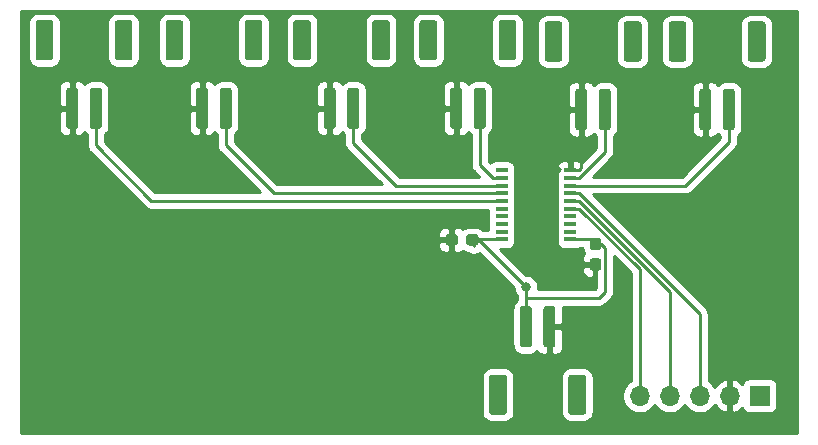
<source format=gtl>
G04 #@! TF.GenerationSoftware,KiCad,Pcbnew,(5.1.5-0)*
G04 #@! TF.CreationDate,2022-06-07T15:44:26-06:00*
G04 #@! TF.ProjectId,low_power_heater,6c6f775f-706f-4776-9572-5f6865617465,rev?*
G04 #@! TF.SameCoordinates,Original*
G04 #@! TF.FileFunction,Copper,L1,Top*
G04 #@! TF.FilePolarity,Positive*
%FSLAX46Y46*%
G04 Gerber Fmt 4.6, Leading zero omitted, Abs format (unit mm)*
G04 Created by KiCad (PCBNEW (5.1.5-0)) date 2022-06-07 15:44:26*
%MOMM*%
%LPD*%
G04 APERTURE LIST*
%ADD10C,0.100000*%
%ADD11O,1.700000X1.700000*%
%ADD12R,1.700000X1.700000*%
%ADD13R,1.000000X0.400000*%
%ADD14C,0.800000*%
%ADD15C,0.250000*%
%ADD16C,0.254000*%
G04 APERTURE END LIST*
G04 #@! TA.AperFunction,SMDPad,CuDef*
D10*
G36*
X73174504Y-69401204D02*
G01*
X73198773Y-69404804D01*
X73222571Y-69410765D01*
X73245671Y-69419030D01*
X73267849Y-69429520D01*
X73288893Y-69442133D01*
X73308598Y-69456747D01*
X73326777Y-69473223D01*
X73343253Y-69491402D01*
X73357867Y-69511107D01*
X73370480Y-69532151D01*
X73380970Y-69554329D01*
X73389235Y-69577429D01*
X73395196Y-69601227D01*
X73398796Y-69625496D01*
X73400000Y-69650000D01*
X73400000Y-72550000D01*
X73398796Y-72574504D01*
X73395196Y-72598773D01*
X73389235Y-72622571D01*
X73380970Y-72645671D01*
X73370480Y-72667849D01*
X73357867Y-72688893D01*
X73343253Y-72708598D01*
X73326777Y-72726777D01*
X73308598Y-72743253D01*
X73288893Y-72757867D01*
X73267849Y-72770480D01*
X73245671Y-72780970D01*
X73222571Y-72789235D01*
X73198773Y-72795196D01*
X73174504Y-72798796D01*
X73150000Y-72800000D01*
X72150000Y-72800000D01*
X72125496Y-72798796D01*
X72101227Y-72795196D01*
X72077429Y-72789235D01*
X72054329Y-72780970D01*
X72032151Y-72770480D01*
X72011107Y-72757867D01*
X71991402Y-72743253D01*
X71973223Y-72726777D01*
X71956747Y-72708598D01*
X71942133Y-72688893D01*
X71929520Y-72667849D01*
X71919030Y-72645671D01*
X71910765Y-72622571D01*
X71904804Y-72598773D01*
X71901204Y-72574504D01*
X71900000Y-72550000D01*
X71900000Y-69650000D01*
X71901204Y-69625496D01*
X71904804Y-69601227D01*
X71910765Y-69577429D01*
X71919030Y-69554329D01*
X71929520Y-69532151D01*
X71942133Y-69511107D01*
X71956747Y-69491402D01*
X71973223Y-69473223D01*
X71991402Y-69456747D01*
X72011107Y-69442133D01*
X72032151Y-69429520D01*
X72054329Y-69419030D01*
X72077429Y-69410765D01*
X72101227Y-69404804D01*
X72125496Y-69401204D01*
X72150000Y-69400000D01*
X73150000Y-69400000D01*
X73174504Y-69401204D01*
G37*
G04 #@! TD.AperFunction*
G04 #@! TA.AperFunction,SMDPad,CuDef*
G36*
X79874504Y-69401204D02*
G01*
X79898773Y-69404804D01*
X79922571Y-69410765D01*
X79945671Y-69419030D01*
X79967849Y-69429520D01*
X79988893Y-69442133D01*
X80008598Y-69456747D01*
X80026777Y-69473223D01*
X80043253Y-69491402D01*
X80057867Y-69511107D01*
X80070480Y-69532151D01*
X80080970Y-69554329D01*
X80089235Y-69577429D01*
X80095196Y-69601227D01*
X80098796Y-69625496D01*
X80100000Y-69650000D01*
X80100000Y-72550000D01*
X80098796Y-72574504D01*
X80095196Y-72598773D01*
X80089235Y-72622571D01*
X80080970Y-72645671D01*
X80070480Y-72667849D01*
X80057867Y-72688893D01*
X80043253Y-72708598D01*
X80026777Y-72726777D01*
X80008598Y-72743253D01*
X79988893Y-72757867D01*
X79967849Y-72770480D01*
X79945671Y-72780970D01*
X79922571Y-72789235D01*
X79898773Y-72795196D01*
X79874504Y-72798796D01*
X79850000Y-72800000D01*
X78850000Y-72800000D01*
X78825496Y-72798796D01*
X78801227Y-72795196D01*
X78777429Y-72789235D01*
X78754329Y-72780970D01*
X78732151Y-72770480D01*
X78711107Y-72757867D01*
X78691402Y-72743253D01*
X78673223Y-72726777D01*
X78656747Y-72708598D01*
X78642133Y-72688893D01*
X78629520Y-72667849D01*
X78619030Y-72645671D01*
X78610765Y-72622571D01*
X78604804Y-72598773D01*
X78601204Y-72574504D01*
X78600000Y-72550000D01*
X78600000Y-69650000D01*
X78601204Y-69625496D01*
X78604804Y-69601227D01*
X78610765Y-69577429D01*
X78619030Y-69554329D01*
X78629520Y-69532151D01*
X78642133Y-69511107D01*
X78656747Y-69491402D01*
X78673223Y-69473223D01*
X78691402Y-69456747D01*
X78711107Y-69442133D01*
X78732151Y-69429520D01*
X78754329Y-69419030D01*
X78777429Y-69410765D01*
X78801227Y-69404804D01*
X78825496Y-69401204D01*
X78850000Y-69400000D01*
X79850000Y-69400000D01*
X79874504Y-69401204D01*
G37*
G04 #@! TD.AperFunction*
G04 #@! TA.AperFunction,SMDPad,CuDef*
G36*
X75274504Y-75101204D02*
G01*
X75298773Y-75104804D01*
X75322571Y-75110765D01*
X75345671Y-75119030D01*
X75367849Y-75129520D01*
X75388893Y-75142133D01*
X75408598Y-75156747D01*
X75426777Y-75173223D01*
X75443253Y-75191402D01*
X75457867Y-75211107D01*
X75470480Y-75232151D01*
X75480970Y-75254329D01*
X75489235Y-75277429D01*
X75495196Y-75301227D01*
X75498796Y-75325496D01*
X75500000Y-75350000D01*
X75500000Y-78350000D01*
X75498796Y-78374504D01*
X75495196Y-78398773D01*
X75489235Y-78422571D01*
X75480970Y-78445671D01*
X75470480Y-78467849D01*
X75457867Y-78488893D01*
X75443253Y-78508598D01*
X75426777Y-78526777D01*
X75408598Y-78543253D01*
X75388893Y-78557867D01*
X75367849Y-78570480D01*
X75345671Y-78580970D01*
X75322571Y-78589235D01*
X75298773Y-78595196D01*
X75274504Y-78598796D01*
X75250000Y-78600000D01*
X74750000Y-78600000D01*
X74725496Y-78598796D01*
X74701227Y-78595196D01*
X74677429Y-78589235D01*
X74654329Y-78580970D01*
X74632151Y-78570480D01*
X74611107Y-78557867D01*
X74591402Y-78543253D01*
X74573223Y-78526777D01*
X74556747Y-78508598D01*
X74542133Y-78488893D01*
X74529520Y-78467849D01*
X74519030Y-78445671D01*
X74510765Y-78422571D01*
X74504804Y-78398773D01*
X74501204Y-78374504D01*
X74500000Y-78350000D01*
X74500000Y-75350000D01*
X74501204Y-75325496D01*
X74504804Y-75301227D01*
X74510765Y-75277429D01*
X74519030Y-75254329D01*
X74529520Y-75232151D01*
X74542133Y-75211107D01*
X74556747Y-75191402D01*
X74573223Y-75173223D01*
X74591402Y-75156747D01*
X74611107Y-75142133D01*
X74632151Y-75129520D01*
X74654329Y-75119030D01*
X74677429Y-75110765D01*
X74701227Y-75104804D01*
X74725496Y-75101204D01*
X74750000Y-75100000D01*
X75250000Y-75100000D01*
X75274504Y-75101204D01*
G37*
G04 #@! TD.AperFunction*
G04 #@! TA.AperFunction,SMDPad,CuDef*
G36*
X77274504Y-75101204D02*
G01*
X77298773Y-75104804D01*
X77322571Y-75110765D01*
X77345671Y-75119030D01*
X77367849Y-75129520D01*
X77388893Y-75142133D01*
X77408598Y-75156747D01*
X77426777Y-75173223D01*
X77443253Y-75191402D01*
X77457867Y-75211107D01*
X77470480Y-75232151D01*
X77480970Y-75254329D01*
X77489235Y-75277429D01*
X77495196Y-75301227D01*
X77498796Y-75325496D01*
X77500000Y-75350000D01*
X77500000Y-78350000D01*
X77498796Y-78374504D01*
X77495196Y-78398773D01*
X77489235Y-78422571D01*
X77480970Y-78445671D01*
X77470480Y-78467849D01*
X77457867Y-78488893D01*
X77443253Y-78508598D01*
X77426777Y-78526777D01*
X77408598Y-78543253D01*
X77388893Y-78557867D01*
X77367849Y-78570480D01*
X77345671Y-78580970D01*
X77322571Y-78589235D01*
X77298773Y-78595196D01*
X77274504Y-78598796D01*
X77250000Y-78600000D01*
X76750000Y-78600000D01*
X76725496Y-78598796D01*
X76701227Y-78595196D01*
X76677429Y-78589235D01*
X76654329Y-78580970D01*
X76632151Y-78570480D01*
X76611107Y-78557867D01*
X76591402Y-78543253D01*
X76573223Y-78526777D01*
X76556747Y-78508598D01*
X76542133Y-78488893D01*
X76529520Y-78467849D01*
X76519030Y-78445671D01*
X76510765Y-78422571D01*
X76504804Y-78398773D01*
X76501204Y-78374504D01*
X76500000Y-78350000D01*
X76500000Y-75350000D01*
X76501204Y-75325496D01*
X76504804Y-75301227D01*
X76510765Y-75277429D01*
X76519030Y-75254329D01*
X76529520Y-75232151D01*
X76542133Y-75211107D01*
X76556747Y-75191402D01*
X76573223Y-75173223D01*
X76591402Y-75156747D01*
X76611107Y-75142133D01*
X76632151Y-75129520D01*
X76654329Y-75119030D01*
X76677429Y-75110765D01*
X76701227Y-75104804D01*
X76725496Y-75101204D01*
X76750000Y-75100000D01*
X77250000Y-75100000D01*
X77274504Y-75101204D01*
G37*
G04 #@! TD.AperFunction*
G04 #@! TA.AperFunction,SMDPad,CuDef*
G36*
X84174504Y-69401204D02*
G01*
X84198773Y-69404804D01*
X84222571Y-69410765D01*
X84245671Y-69419030D01*
X84267849Y-69429520D01*
X84288893Y-69442133D01*
X84308598Y-69456747D01*
X84326777Y-69473223D01*
X84343253Y-69491402D01*
X84357867Y-69511107D01*
X84370480Y-69532151D01*
X84380970Y-69554329D01*
X84389235Y-69577429D01*
X84395196Y-69601227D01*
X84398796Y-69625496D01*
X84400000Y-69650000D01*
X84400000Y-72550000D01*
X84398796Y-72574504D01*
X84395196Y-72598773D01*
X84389235Y-72622571D01*
X84380970Y-72645671D01*
X84370480Y-72667849D01*
X84357867Y-72688893D01*
X84343253Y-72708598D01*
X84326777Y-72726777D01*
X84308598Y-72743253D01*
X84288893Y-72757867D01*
X84267849Y-72770480D01*
X84245671Y-72780970D01*
X84222571Y-72789235D01*
X84198773Y-72795196D01*
X84174504Y-72798796D01*
X84150000Y-72800000D01*
X83150000Y-72800000D01*
X83125496Y-72798796D01*
X83101227Y-72795196D01*
X83077429Y-72789235D01*
X83054329Y-72780970D01*
X83032151Y-72770480D01*
X83011107Y-72757867D01*
X82991402Y-72743253D01*
X82973223Y-72726777D01*
X82956747Y-72708598D01*
X82942133Y-72688893D01*
X82929520Y-72667849D01*
X82919030Y-72645671D01*
X82910765Y-72622571D01*
X82904804Y-72598773D01*
X82901204Y-72574504D01*
X82900000Y-72550000D01*
X82900000Y-69650000D01*
X82901204Y-69625496D01*
X82904804Y-69601227D01*
X82910765Y-69577429D01*
X82919030Y-69554329D01*
X82929520Y-69532151D01*
X82942133Y-69511107D01*
X82956747Y-69491402D01*
X82973223Y-69473223D01*
X82991402Y-69456747D01*
X83011107Y-69442133D01*
X83032151Y-69429520D01*
X83054329Y-69419030D01*
X83077429Y-69410765D01*
X83101227Y-69404804D01*
X83125496Y-69401204D01*
X83150000Y-69400000D01*
X84150000Y-69400000D01*
X84174504Y-69401204D01*
G37*
G04 #@! TD.AperFunction*
G04 #@! TA.AperFunction,SMDPad,CuDef*
G36*
X90874504Y-69401204D02*
G01*
X90898773Y-69404804D01*
X90922571Y-69410765D01*
X90945671Y-69419030D01*
X90967849Y-69429520D01*
X90988893Y-69442133D01*
X91008598Y-69456747D01*
X91026777Y-69473223D01*
X91043253Y-69491402D01*
X91057867Y-69511107D01*
X91070480Y-69532151D01*
X91080970Y-69554329D01*
X91089235Y-69577429D01*
X91095196Y-69601227D01*
X91098796Y-69625496D01*
X91100000Y-69650000D01*
X91100000Y-72550000D01*
X91098796Y-72574504D01*
X91095196Y-72598773D01*
X91089235Y-72622571D01*
X91080970Y-72645671D01*
X91070480Y-72667849D01*
X91057867Y-72688893D01*
X91043253Y-72708598D01*
X91026777Y-72726777D01*
X91008598Y-72743253D01*
X90988893Y-72757867D01*
X90967849Y-72770480D01*
X90945671Y-72780970D01*
X90922571Y-72789235D01*
X90898773Y-72795196D01*
X90874504Y-72798796D01*
X90850000Y-72800000D01*
X89850000Y-72800000D01*
X89825496Y-72798796D01*
X89801227Y-72795196D01*
X89777429Y-72789235D01*
X89754329Y-72780970D01*
X89732151Y-72770480D01*
X89711107Y-72757867D01*
X89691402Y-72743253D01*
X89673223Y-72726777D01*
X89656747Y-72708598D01*
X89642133Y-72688893D01*
X89629520Y-72667849D01*
X89619030Y-72645671D01*
X89610765Y-72622571D01*
X89604804Y-72598773D01*
X89601204Y-72574504D01*
X89600000Y-72550000D01*
X89600000Y-69650000D01*
X89601204Y-69625496D01*
X89604804Y-69601227D01*
X89610765Y-69577429D01*
X89619030Y-69554329D01*
X89629520Y-69532151D01*
X89642133Y-69511107D01*
X89656747Y-69491402D01*
X89673223Y-69473223D01*
X89691402Y-69456747D01*
X89711107Y-69442133D01*
X89732151Y-69429520D01*
X89754329Y-69419030D01*
X89777429Y-69410765D01*
X89801227Y-69404804D01*
X89825496Y-69401204D01*
X89850000Y-69400000D01*
X90850000Y-69400000D01*
X90874504Y-69401204D01*
G37*
G04 #@! TD.AperFunction*
G04 #@! TA.AperFunction,SMDPad,CuDef*
G36*
X86274504Y-75101204D02*
G01*
X86298773Y-75104804D01*
X86322571Y-75110765D01*
X86345671Y-75119030D01*
X86367849Y-75129520D01*
X86388893Y-75142133D01*
X86408598Y-75156747D01*
X86426777Y-75173223D01*
X86443253Y-75191402D01*
X86457867Y-75211107D01*
X86470480Y-75232151D01*
X86480970Y-75254329D01*
X86489235Y-75277429D01*
X86495196Y-75301227D01*
X86498796Y-75325496D01*
X86500000Y-75350000D01*
X86500000Y-78350000D01*
X86498796Y-78374504D01*
X86495196Y-78398773D01*
X86489235Y-78422571D01*
X86480970Y-78445671D01*
X86470480Y-78467849D01*
X86457867Y-78488893D01*
X86443253Y-78508598D01*
X86426777Y-78526777D01*
X86408598Y-78543253D01*
X86388893Y-78557867D01*
X86367849Y-78570480D01*
X86345671Y-78580970D01*
X86322571Y-78589235D01*
X86298773Y-78595196D01*
X86274504Y-78598796D01*
X86250000Y-78600000D01*
X85750000Y-78600000D01*
X85725496Y-78598796D01*
X85701227Y-78595196D01*
X85677429Y-78589235D01*
X85654329Y-78580970D01*
X85632151Y-78570480D01*
X85611107Y-78557867D01*
X85591402Y-78543253D01*
X85573223Y-78526777D01*
X85556747Y-78508598D01*
X85542133Y-78488893D01*
X85529520Y-78467849D01*
X85519030Y-78445671D01*
X85510765Y-78422571D01*
X85504804Y-78398773D01*
X85501204Y-78374504D01*
X85500000Y-78350000D01*
X85500000Y-75350000D01*
X85501204Y-75325496D01*
X85504804Y-75301227D01*
X85510765Y-75277429D01*
X85519030Y-75254329D01*
X85529520Y-75232151D01*
X85542133Y-75211107D01*
X85556747Y-75191402D01*
X85573223Y-75173223D01*
X85591402Y-75156747D01*
X85611107Y-75142133D01*
X85632151Y-75129520D01*
X85654329Y-75119030D01*
X85677429Y-75110765D01*
X85701227Y-75104804D01*
X85725496Y-75101204D01*
X85750000Y-75100000D01*
X86250000Y-75100000D01*
X86274504Y-75101204D01*
G37*
G04 #@! TD.AperFunction*
G04 #@! TA.AperFunction,SMDPad,CuDef*
G36*
X88274504Y-75101204D02*
G01*
X88298773Y-75104804D01*
X88322571Y-75110765D01*
X88345671Y-75119030D01*
X88367849Y-75129520D01*
X88388893Y-75142133D01*
X88408598Y-75156747D01*
X88426777Y-75173223D01*
X88443253Y-75191402D01*
X88457867Y-75211107D01*
X88470480Y-75232151D01*
X88480970Y-75254329D01*
X88489235Y-75277429D01*
X88495196Y-75301227D01*
X88498796Y-75325496D01*
X88500000Y-75350000D01*
X88500000Y-78350000D01*
X88498796Y-78374504D01*
X88495196Y-78398773D01*
X88489235Y-78422571D01*
X88480970Y-78445671D01*
X88470480Y-78467849D01*
X88457867Y-78488893D01*
X88443253Y-78508598D01*
X88426777Y-78526777D01*
X88408598Y-78543253D01*
X88388893Y-78557867D01*
X88367849Y-78570480D01*
X88345671Y-78580970D01*
X88322571Y-78589235D01*
X88298773Y-78595196D01*
X88274504Y-78598796D01*
X88250000Y-78600000D01*
X87750000Y-78600000D01*
X87725496Y-78598796D01*
X87701227Y-78595196D01*
X87677429Y-78589235D01*
X87654329Y-78580970D01*
X87632151Y-78570480D01*
X87611107Y-78557867D01*
X87591402Y-78543253D01*
X87573223Y-78526777D01*
X87556747Y-78508598D01*
X87542133Y-78488893D01*
X87529520Y-78467849D01*
X87519030Y-78445671D01*
X87510765Y-78422571D01*
X87504804Y-78398773D01*
X87501204Y-78374504D01*
X87500000Y-78350000D01*
X87500000Y-75350000D01*
X87501204Y-75325496D01*
X87504804Y-75301227D01*
X87510765Y-75277429D01*
X87519030Y-75254329D01*
X87529520Y-75232151D01*
X87542133Y-75211107D01*
X87556747Y-75191402D01*
X87573223Y-75173223D01*
X87591402Y-75156747D01*
X87611107Y-75142133D01*
X87632151Y-75129520D01*
X87654329Y-75119030D01*
X87677429Y-75110765D01*
X87701227Y-75104804D01*
X87725496Y-75101204D01*
X87750000Y-75100000D01*
X88250000Y-75100000D01*
X88274504Y-75101204D01*
G37*
G04 #@! TD.AperFunction*
D11*
X123040000Y-101200000D03*
X125580000Y-101200000D03*
X128120000Y-101200000D03*
X130660000Y-101200000D03*
D12*
X133200000Y-101200000D03*
G04 #@! TA.AperFunction,SMDPad,CuDef*
D10*
G36*
X94974504Y-69401204D02*
G01*
X94998773Y-69404804D01*
X95022571Y-69410765D01*
X95045671Y-69419030D01*
X95067849Y-69429520D01*
X95088893Y-69442133D01*
X95108598Y-69456747D01*
X95126777Y-69473223D01*
X95143253Y-69491402D01*
X95157867Y-69511107D01*
X95170480Y-69532151D01*
X95180970Y-69554329D01*
X95189235Y-69577429D01*
X95195196Y-69601227D01*
X95198796Y-69625496D01*
X95200000Y-69650000D01*
X95200000Y-72550000D01*
X95198796Y-72574504D01*
X95195196Y-72598773D01*
X95189235Y-72622571D01*
X95180970Y-72645671D01*
X95170480Y-72667849D01*
X95157867Y-72688893D01*
X95143253Y-72708598D01*
X95126777Y-72726777D01*
X95108598Y-72743253D01*
X95088893Y-72757867D01*
X95067849Y-72770480D01*
X95045671Y-72780970D01*
X95022571Y-72789235D01*
X94998773Y-72795196D01*
X94974504Y-72798796D01*
X94950000Y-72800000D01*
X93950000Y-72800000D01*
X93925496Y-72798796D01*
X93901227Y-72795196D01*
X93877429Y-72789235D01*
X93854329Y-72780970D01*
X93832151Y-72770480D01*
X93811107Y-72757867D01*
X93791402Y-72743253D01*
X93773223Y-72726777D01*
X93756747Y-72708598D01*
X93742133Y-72688893D01*
X93729520Y-72667849D01*
X93719030Y-72645671D01*
X93710765Y-72622571D01*
X93704804Y-72598773D01*
X93701204Y-72574504D01*
X93700000Y-72550000D01*
X93700000Y-69650000D01*
X93701204Y-69625496D01*
X93704804Y-69601227D01*
X93710765Y-69577429D01*
X93719030Y-69554329D01*
X93729520Y-69532151D01*
X93742133Y-69511107D01*
X93756747Y-69491402D01*
X93773223Y-69473223D01*
X93791402Y-69456747D01*
X93811107Y-69442133D01*
X93832151Y-69429520D01*
X93854329Y-69419030D01*
X93877429Y-69410765D01*
X93901227Y-69404804D01*
X93925496Y-69401204D01*
X93950000Y-69400000D01*
X94950000Y-69400000D01*
X94974504Y-69401204D01*
G37*
G04 #@! TD.AperFunction*
G04 #@! TA.AperFunction,SMDPad,CuDef*
G36*
X101674504Y-69401204D02*
G01*
X101698773Y-69404804D01*
X101722571Y-69410765D01*
X101745671Y-69419030D01*
X101767849Y-69429520D01*
X101788893Y-69442133D01*
X101808598Y-69456747D01*
X101826777Y-69473223D01*
X101843253Y-69491402D01*
X101857867Y-69511107D01*
X101870480Y-69532151D01*
X101880970Y-69554329D01*
X101889235Y-69577429D01*
X101895196Y-69601227D01*
X101898796Y-69625496D01*
X101900000Y-69650000D01*
X101900000Y-72550000D01*
X101898796Y-72574504D01*
X101895196Y-72598773D01*
X101889235Y-72622571D01*
X101880970Y-72645671D01*
X101870480Y-72667849D01*
X101857867Y-72688893D01*
X101843253Y-72708598D01*
X101826777Y-72726777D01*
X101808598Y-72743253D01*
X101788893Y-72757867D01*
X101767849Y-72770480D01*
X101745671Y-72780970D01*
X101722571Y-72789235D01*
X101698773Y-72795196D01*
X101674504Y-72798796D01*
X101650000Y-72800000D01*
X100650000Y-72800000D01*
X100625496Y-72798796D01*
X100601227Y-72795196D01*
X100577429Y-72789235D01*
X100554329Y-72780970D01*
X100532151Y-72770480D01*
X100511107Y-72757867D01*
X100491402Y-72743253D01*
X100473223Y-72726777D01*
X100456747Y-72708598D01*
X100442133Y-72688893D01*
X100429520Y-72667849D01*
X100419030Y-72645671D01*
X100410765Y-72622571D01*
X100404804Y-72598773D01*
X100401204Y-72574504D01*
X100400000Y-72550000D01*
X100400000Y-69650000D01*
X100401204Y-69625496D01*
X100404804Y-69601227D01*
X100410765Y-69577429D01*
X100419030Y-69554329D01*
X100429520Y-69532151D01*
X100442133Y-69511107D01*
X100456747Y-69491402D01*
X100473223Y-69473223D01*
X100491402Y-69456747D01*
X100511107Y-69442133D01*
X100532151Y-69429520D01*
X100554329Y-69419030D01*
X100577429Y-69410765D01*
X100601227Y-69404804D01*
X100625496Y-69401204D01*
X100650000Y-69400000D01*
X101650000Y-69400000D01*
X101674504Y-69401204D01*
G37*
G04 #@! TD.AperFunction*
G04 #@! TA.AperFunction,SMDPad,CuDef*
G36*
X97074504Y-75101204D02*
G01*
X97098773Y-75104804D01*
X97122571Y-75110765D01*
X97145671Y-75119030D01*
X97167849Y-75129520D01*
X97188893Y-75142133D01*
X97208598Y-75156747D01*
X97226777Y-75173223D01*
X97243253Y-75191402D01*
X97257867Y-75211107D01*
X97270480Y-75232151D01*
X97280970Y-75254329D01*
X97289235Y-75277429D01*
X97295196Y-75301227D01*
X97298796Y-75325496D01*
X97300000Y-75350000D01*
X97300000Y-78350000D01*
X97298796Y-78374504D01*
X97295196Y-78398773D01*
X97289235Y-78422571D01*
X97280970Y-78445671D01*
X97270480Y-78467849D01*
X97257867Y-78488893D01*
X97243253Y-78508598D01*
X97226777Y-78526777D01*
X97208598Y-78543253D01*
X97188893Y-78557867D01*
X97167849Y-78570480D01*
X97145671Y-78580970D01*
X97122571Y-78589235D01*
X97098773Y-78595196D01*
X97074504Y-78598796D01*
X97050000Y-78600000D01*
X96550000Y-78600000D01*
X96525496Y-78598796D01*
X96501227Y-78595196D01*
X96477429Y-78589235D01*
X96454329Y-78580970D01*
X96432151Y-78570480D01*
X96411107Y-78557867D01*
X96391402Y-78543253D01*
X96373223Y-78526777D01*
X96356747Y-78508598D01*
X96342133Y-78488893D01*
X96329520Y-78467849D01*
X96319030Y-78445671D01*
X96310765Y-78422571D01*
X96304804Y-78398773D01*
X96301204Y-78374504D01*
X96300000Y-78350000D01*
X96300000Y-75350000D01*
X96301204Y-75325496D01*
X96304804Y-75301227D01*
X96310765Y-75277429D01*
X96319030Y-75254329D01*
X96329520Y-75232151D01*
X96342133Y-75211107D01*
X96356747Y-75191402D01*
X96373223Y-75173223D01*
X96391402Y-75156747D01*
X96411107Y-75142133D01*
X96432151Y-75129520D01*
X96454329Y-75119030D01*
X96477429Y-75110765D01*
X96501227Y-75104804D01*
X96525496Y-75101204D01*
X96550000Y-75100000D01*
X97050000Y-75100000D01*
X97074504Y-75101204D01*
G37*
G04 #@! TD.AperFunction*
G04 #@! TA.AperFunction,SMDPad,CuDef*
G36*
X99074504Y-75101204D02*
G01*
X99098773Y-75104804D01*
X99122571Y-75110765D01*
X99145671Y-75119030D01*
X99167849Y-75129520D01*
X99188893Y-75142133D01*
X99208598Y-75156747D01*
X99226777Y-75173223D01*
X99243253Y-75191402D01*
X99257867Y-75211107D01*
X99270480Y-75232151D01*
X99280970Y-75254329D01*
X99289235Y-75277429D01*
X99295196Y-75301227D01*
X99298796Y-75325496D01*
X99300000Y-75350000D01*
X99300000Y-78350000D01*
X99298796Y-78374504D01*
X99295196Y-78398773D01*
X99289235Y-78422571D01*
X99280970Y-78445671D01*
X99270480Y-78467849D01*
X99257867Y-78488893D01*
X99243253Y-78508598D01*
X99226777Y-78526777D01*
X99208598Y-78543253D01*
X99188893Y-78557867D01*
X99167849Y-78570480D01*
X99145671Y-78580970D01*
X99122571Y-78589235D01*
X99098773Y-78595196D01*
X99074504Y-78598796D01*
X99050000Y-78600000D01*
X98550000Y-78600000D01*
X98525496Y-78598796D01*
X98501227Y-78595196D01*
X98477429Y-78589235D01*
X98454329Y-78580970D01*
X98432151Y-78570480D01*
X98411107Y-78557867D01*
X98391402Y-78543253D01*
X98373223Y-78526777D01*
X98356747Y-78508598D01*
X98342133Y-78488893D01*
X98329520Y-78467849D01*
X98319030Y-78445671D01*
X98310765Y-78422571D01*
X98304804Y-78398773D01*
X98301204Y-78374504D01*
X98300000Y-78350000D01*
X98300000Y-75350000D01*
X98301204Y-75325496D01*
X98304804Y-75301227D01*
X98310765Y-75277429D01*
X98319030Y-75254329D01*
X98329520Y-75232151D01*
X98342133Y-75211107D01*
X98356747Y-75191402D01*
X98373223Y-75173223D01*
X98391402Y-75156747D01*
X98411107Y-75142133D01*
X98432151Y-75129520D01*
X98454329Y-75119030D01*
X98477429Y-75110765D01*
X98501227Y-75104804D01*
X98525496Y-75101204D01*
X98550000Y-75100000D01*
X99050000Y-75100000D01*
X99074504Y-75101204D01*
G37*
G04 #@! TD.AperFunction*
G04 #@! TA.AperFunction,SMDPad,CuDef*
G36*
X105674504Y-69401204D02*
G01*
X105698773Y-69404804D01*
X105722571Y-69410765D01*
X105745671Y-69419030D01*
X105767849Y-69429520D01*
X105788893Y-69442133D01*
X105808598Y-69456747D01*
X105826777Y-69473223D01*
X105843253Y-69491402D01*
X105857867Y-69511107D01*
X105870480Y-69532151D01*
X105880970Y-69554329D01*
X105889235Y-69577429D01*
X105895196Y-69601227D01*
X105898796Y-69625496D01*
X105900000Y-69650000D01*
X105900000Y-72550000D01*
X105898796Y-72574504D01*
X105895196Y-72598773D01*
X105889235Y-72622571D01*
X105880970Y-72645671D01*
X105870480Y-72667849D01*
X105857867Y-72688893D01*
X105843253Y-72708598D01*
X105826777Y-72726777D01*
X105808598Y-72743253D01*
X105788893Y-72757867D01*
X105767849Y-72770480D01*
X105745671Y-72780970D01*
X105722571Y-72789235D01*
X105698773Y-72795196D01*
X105674504Y-72798796D01*
X105650000Y-72800000D01*
X104650000Y-72800000D01*
X104625496Y-72798796D01*
X104601227Y-72795196D01*
X104577429Y-72789235D01*
X104554329Y-72780970D01*
X104532151Y-72770480D01*
X104511107Y-72757867D01*
X104491402Y-72743253D01*
X104473223Y-72726777D01*
X104456747Y-72708598D01*
X104442133Y-72688893D01*
X104429520Y-72667849D01*
X104419030Y-72645671D01*
X104410765Y-72622571D01*
X104404804Y-72598773D01*
X104401204Y-72574504D01*
X104400000Y-72550000D01*
X104400000Y-69650000D01*
X104401204Y-69625496D01*
X104404804Y-69601227D01*
X104410765Y-69577429D01*
X104419030Y-69554329D01*
X104429520Y-69532151D01*
X104442133Y-69511107D01*
X104456747Y-69491402D01*
X104473223Y-69473223D01*
X104491402Y-69456747D01*
X104511107Y-69442133D01*
X104532151Y-69429520D01*
X104554329Y-69419030D01*
X104577429Y-69410765D01*
X104601227Y-69404804D01*
X104625496Y-69401204D01*
X104650000Y-69400000D01*
X105650000Y-69400000D01*
X105674504Y-69401204D01*
G37*
G04 #@! TD.AperFunction*
G04 #@! TA.AperFunction,SMDPad,CuDef*
G36*
X112374504Y-69401204D02*
G01*
X112398773Y-69404804D01*
X112422571Y-69410765D01*
X112445671Y-69419030D01*
X112467849Y-69429520D01*
X112488893Y-69442133D01*
X112508598Y-69456747D01*
X112526777Y-69473223D01*
X112543253Y-69491402D01*
X112557867Y-69511107D01*
X112570480Y-69532151D01*
X112580970Y-69554329D01*
X112589235Y-69577429D01*
X112595196Y-69601227D01*
X112598796Y-69625496D01*
X112600000Y-69650000D01*
X112600000Y-72550000D01*
X112598796Y-72574504D01*
X112595196Y-72598773D01*
X112589235Y-72622571D01*
X112580970Y-72645671D01*
X112570480Y-72667849D01*
X112557867Y-72688893D01*
X112543253Y-72708598D01*
X112526777Y-72726777D01*
X112508598Y-72743253D01*
X112488893Y-72757867D01*
X112467849Y-72770480D01*
X112445671Y-72780970D01*
X112422571Y-72789235D01*
X112398773Y-72795196D01*
X112374504Y-72798796D01*
X112350000Y-72800000D01*
X111350000Y-72800000D01*
X111325496Y-72798796D01*
X111301227Y-72795196D01*
X111277429Y-72789235D01*
X111254329Y-72780970D01*
X111232151Y-72770480D01*
X111211107Y-72757867D01*
X111191402Y-72743253D01*
X111173223Y-72726777D01*
X111156747Y-72708598D01*
X111142133Y-72688893D01*
X111129520Y-72667849D01*
X111119030Y-72645671D01*
X111110765Y-72622571D01*
X111104804Y-72598773D01*
X111101204Y-72574504D01*
X111100000Y-72550000D01*
X111100000Y-69650000D01*
X111101204Y-69625496D01*
X111104804Y-69601227D01*
X111110765Y-69577429D01*
X111119030Y-69554329D01*
X111129520Y-69532151D01*
X111142133Y-69511107D01*
X111156747Y-69491402D01*
X111173223Y-69473223D01*
X111191402Y-69456747D01*
X111211107Y-69442133D01*
X111232151Y-69429520D01*
X111254329Y-69419030D01*
X111277429Y-69410765D01*
X111301227Y-69404804D01*
X111325496Y-69401204D01*
X111350000Y-69400000D01*
X112350000Y-69400000D01*
X112374504Y-69401204D01*
G37*
G04 #@! TD.AperFunction*
G04 #@! TA.AperFunction,SMDPad,CuDef*
G36*
X107774504Y-75101204D02*
G01*
X107798773Y-75104804D01*
X107822571Y-75110765D01*
X107845671Y-75119030D01*
X107867849Y-75129520D01*
X107888893Y-75142133D01*
X107908598Y-75156747D01*
X107926777Y-75173223D01*
X107943253Y-75191402D01*
X107957867Y-75211107D01*
X107970480Y-75232151D01*
X107980970Y-75254329D01*
X107989235Y-75277429D01*
X107995196Y-75301227D01*
X107998796Y-75325496D01*
X108000000Y-75350000D01*
X108000000Y-78350000D01*
X107998796Y-78374504D01*
X107995196Y-78398773D01*
X107989235Y-78422571D01*
X107980970Y-78445671D01*
X107970480Y-78467849D01*
X107957867Y-78488893D01*
X107943253Y-78508598D01*
X107926777Y-78526777D01*
X107908598Y-78543253D01*
X107888893Y-78557867D01*
X107867849Y-78570480D01*
X107845671Y-78580970D01*
X107822571Y-78589235D01*
X107798773Y-78595196D01*
X107774504Y-78598796D01*
X107750000Y-78600000D01*
X107250000Y-78600000D01*
X107225496Y-78598796D01*
X107201227Y-78595196D01*
X107177429Y-78589235D01*
X107154329Y-78580970D01*
X107132151Y-78570480D01*
X107111107Y-78557867D01*
X107091402Y-78543253D01*
X107073223Y-78526777D01*
X107056747Y-78508598D01*
X107042133Y-78488893D01*
X107029520Y-78467849D01*
X107019030Y-78445671D01*
X107010765Y-78422571D01*
X107004804Y-78398773D01*
X107001204Y-78374504D01*
X107000000Y-78350000D01*
X107000000Y-75350000D01*
X107001204Y-75325496D01*
X107004804Y-75301227D01*
X107010765Y-75277429D01*
X107019030Y-75254329D01*
X107029520Y-75232151D01*
X107042133Y-75211107D01*
X107056747Y-75191402D01*
X107073223Y-75173223D01*
X107091402Y-75156747D01*
X107111107Y-75142133D01*
X107132151Y-75129520D01*
X107154329Y-75119030D01*
X107177429Y-75110765D01*
X107201227Y-75104804D01*
X107225496Y-75101204D01*
X107250000Y-75100000D01*
X107750000Y-75100000D01*
X107774504Y-75101204D01*
G37*
G04 #@! TD.AperFunction*
G04 #@! TA.AperFunction,SMDPad,CuDef*
G36*
X109774504Y-75101204D02*
G01*
X109798773Y-75104804D01*
X109822571Y-75110765D01*
X109845671Y-75119030D01*
X109867849Y-75129520D01*
X109888893Y-75142133D01*
X109908598Y-75156747D01*
X109926777Y-75173223D01*
X109943253Y-75191402D01*
X109957867Y-75211107D01*
X109970480Y-75232151D01*
X109980970Y-75254329D01*
X109989235Y-75277429D01*
X109995196Y-75301227D01*
X109998796Y-75325496D01*
X110000000Y-75350000D01*
X110000000Y-78350000D01*
X109998796Y-78374504D01*
X109995196Y-78398773D01*
X109989235Y-78422571D01*
X109980970Y-78445671D01*
X109970480Y-78467849D01*
X109957867Y-78488893D01*
X109943253Y-78508598D01*
X109926777Y-78526777D01*
X109908598Y-78543253D01*
X109888893Y-78557867D01*
X109867849Y-78570480D01*
X109845671Y-78580970D01*
X109822571Y-78589235D01*
X109798773Y-78595196D01*
X109774504Y-78598796D01*
X109750000Y-78600000D01*
X109250000Y-78600000D01*
X109225496Y-78598796D01*
X109201227Y-78595196D01*
X109177429Y-78589235D01*
X109154329Y-78580970D01*
X109132151Y-78570480D01*
X109111107Y-78557867D01*
X109091402Y-78543253D01*
X109073223Y-78526777D01*
X109056747Y-78508598D01*
X109042133Y-78488893D01*
X109029520Y-78467849D01*
X109019030Y-78445671D01*
X109010765Y-78422571D01*
X109004804Y-78398773D01*
X109001204Y-78374504D01*
X109000000Y-78350000D01*
X109000000Y-75350000D01*
X109001204Y-75325496D01*
X109004804Y-75301227D01*
X109010765Y-75277429D01*
X109019030Y-75254329D01*
X109029520Y-75232151D01*
X109042133Y-75211107D01*
X109056747Y-75191402D01*
X109073223Y-75173223D01*
X109091402Y-75156747D01*
X109111107Y-75142133D01*
X109132151Y-75129520D01*
X109154329Y-75119030D01*
X109177429Y-75110765D01*
X109201227Y-75104804D01*
X109225496Y-75101204D01*
X109250000Y-75100000D01*
X109750000Y-75100000D01*
X109774504Y-75101204D01*
G37*
G04 #@! TD.AperFunction*
G04 #@! TA.AperFunction,SMDPad,CuDef*
G36*
X116274504Y-69501204D02*
G01*
X116298773Y-69504804D01*
X116322571Y-69510765D01*
X116345671Y-69519030D01*
X116367849Y-69529520D01*
X116388893Y-69542133D01*
X116408598Y-69556747D01*
X116426777Y-69573223D01*
X116443253Y-69591402D01*
X116457867Y-69611107D01*
X116470480Y-69632151D01*
X116480970Y-69654329D01*
X116489235Y-69677429D01*
X116495196Y-69701227D01*
X116498796Y-69725496D01*
X116500000Y-69750000D01*
X116500000Y-72650000D01*
X116498796Y-72674504D01*
X116495196Y-72698773D01*
X116489235Y-72722571D01*
X116480970Y-72745671D01*
X116470480Y-72767849D01*
X116457867Y-72788893D01*
X116443253Y-72808598D01*
X116426777Y-72826777D01*
X116408598Y-72843253D01*
X116388893Y-72857867D01*
X116367849Y-72870480D01*
X116345671Y-72880970D01*
X116322571Y-72889235D01*
X116298773Y-72895196D01*
X116274504Y-72898796D01*
X116250000Y-72900000D01*
X115250000Y-72900000D01*
X115225496Y-72898796D01*
X115201227Y-72895196D01*
X115177429Y-72889235D01*
X115154329Y-72880970D01*
X115132151Y-72870480D01*
X115111107Y-72857867D01*
X115091402Y-72843253D01*
X115073223Y-72826777D01*
X115056747Y-72808598D01*
X115042133Y-72788893D01*
X115029520Y-72767849D01*
X115019030Y-72745671D01*
X115010765Y-72722571D01*
X115004804Y-72698773D01*
X115001204Y-72674504D01*
X115000000Y-72650000D01*
X115000000Y-69750000D01*
X115001204Y-69725496D01*
X115004804Y-69701227D01*
X115010765Y-69677429D01*
X115019030Y-69654329D01*
X115029520Y-69632151D01*
X115042133Y-69611107D01*
X115056747Y-69591402D01*
X115073223Y-69573223D01*
X115091402Y-69556747D01*
X115111107Y-69542133D01*
X115132151Y-69529520D01*
X115154329Y-69519030D01*
X115177429Y-69510765D01*
X115201227Y-69504804D01*
X115225496Y-69501204D01*
X115250000Y-69500000D01*
X116250000Y-69500000D01*
X116274504Y-69501204D01*
G37*
G04 #@! TD.AperFunction*
G04 #@! TA.AperFunction,SMDPad,CuDef*
G36*
X122974504Y-69501204D02*
G01*
X122998773Y-69504804D01*
X123022571Y-69510765D01*
X123045671Y-69519030D01*
X123067849Y-69529520D01*
X123088893Y-69542133D01*
X123108598Y-69556747D01*
X123126777Y-69573223D01*
X123143253Y-69591402D01*
X123157867Y-69611107D01*
X123170480Y-69632151D01*
X123180970Y-69654329D01*
X123189235Y-69677429D01*
X123195196Y-69701227D01*
X123198796Y-69725496D01*
X123200000Y-69750000D01*
X123200000Y-72650000D01*
X123198796Y-72674504D01*
X123195196Y-72698773D01*
X123189235Y-72722571D01*
X123180970Y-72745671D01*
X123170480Y-72767849D01*
X123157867Y-72788893D01*
X123143253Y-72808598D01*
X123126777Y-72826777D01*
X123108598Y-72843253D01*
X123088893Y-72857867D01*
X123067849Y-72870480D01*
X123045671Y-72880970D01*
X123022571Y-72889235D01*
X122998773Y-72895196D01*
X122974504Y-72898796D01*
X122950000Y-72900000D01*
X121950000Y-72900000D01*
X121925496Y-72898796D01*
X121901227Y-72895196D01*
X121877429Y-72889235D01*
X121854329Y-72880970D01*
X121832151Y-72870480D01*
X121811107Y-72857867D01*
X121791402Y-72843253D01*
X121773223Y-72826777D01*
X121756747Y-72808598D01*
X121742133Y-72788893D01*
X121729520Y-72767849D01*
X121719030Y-72745671D01*
X121710765Y-72722571D01*
X121704804Y-72698773D01*
X121701204Y-72674504D01*
X121700000Y-72650000D01*
X121700000Y-69750000D01*
X121701204Y-69725496D01*
X121704804Y-69701227D01*
X121710765Y-69677429D01*
X121719030Y-69654329D01*
X121729520Y-69632151D01*
X121742133Y-69611107D01*
X121756747Y-69591402D01*
X121773223Y-69573223D01*
X121791402Y-69556747D01*
X121811107Y-69542133D01*
X121832151Y-69529520D01*
X121854329Y-69519030D01*
X121877429Y-69510765D01*
X121901227Y-69504804D01*
X121925496Y-69501204D01*
X121950000Y-69500000D01*
X122950000Y-69500000D01*
X122974504Y-69501204D01*
G37*
G04 #@! TD.AperFunction*
G04 #@! TA.AperFunction,SMDPad,CuDef*
G36*
X118374504Y-75201204D02*
G01*
X118398773Y-75204804D01*
X118422571Y-75210765D01*
X118445671Y-75219030D01*
X118467849Y-75229520D01*
X118488893Y-75242133D01*
X118508598Y-75256747D01*
X118526777Y-75273223D01*
X118543253Y-75291402D01*
X118557867Y-75311107D01*
X118570480Y-75332151D01*
X118580970Y-75354329D01*
X118589235Y-75377429D01*
X118595196Y-75401227D01*
X118598796Y-75425496D01*
X118600000Y-75450000D01*
X118600000Y-78450000D01*
X118598796Y-78474504D01*
X118595196Y-78498773D01*
X118589235Y-78522571D01*
X118580970Y-78545671D01*
X118570480Y-78567849D01*
X118557867Y-78588893D01*
X118543253Y-78608598D01*
X118526777Y-78626777D01*
X118508598Y-78643253D01*
X118488893Y-78657867D01*
X118467849Y-78670480D01*
X118445671Y-78680970D01*
X118422571Y-78689235D01*
X118398773Y-78695196D01*
X118374504Y-78698796D01*
X118350000Y-78700000D01*
X117850000Y-78700000D01*
X117825496Y-78698796D01*
X117801227Y-78695196D01*
X117777429Y-78689235D01*
X117754329Y-78680970D01*
X117732151Y-78670480D01*
X117711107Y-78657867D01*
X117691402Y-78643253D01*
X117673223Y-78626777D01*
X117656747Y-78608598D01*
X117642133Y-78588893D01*
X117629520Y-78567849D01*
X117619030Y-78545671D01*
X117610765Y-78522571D01*
X117604804Y-78498773D01*
X117601204Y-78474504D01*
X117600000Y-78450000D01*
X117600000Y-75450000D01*
X117601204Y-75425496D01*
X117604804Y-75401227D01*
X117610765Y-75377429D01*
X117619030Y-75354329D01*
X117629520Y-75332151D01*
X117642133Y-75311107D01*
X117656747Y-75291402D01*
X117673223Y-75273223D01*
X117691402Y-75256747D01*
X117711107Y-75242133D01*
X117732151Y-75229520D01*
X117754329Y-75219030D01*
X117777429Y-75210765D01*
X117801227Y-75204804D01*
X117825496Y-75201204D01*
X117850000Y-75200000D01*
X118350000Y-75200000D01*
X118374504Y-75201204D01*
G37*
G04 #@! TD.AperFunction*
G04 #@! TA.AperFunction,SMDPad,CuDef*
G36*
X120374504Y-75201204D02*
G01*
X120398773Y-75204804D01*
X120422571Y-75210765D01*
X120445671Y-75219030D01*
X120467849Y-75229520D01*
X120488893Y-75242133D01*
X120508598Y-75256747D01*
X120526777Y-75273223D01*
X120543253Y-75291402D01*
X120557867Y-75311107D01*
X120570480Y-75332151D01*
X120580970Y-75354329D01*
X120589235Y-75377429D01*
X120595196Y-75401227D01*
X120598796Y-75425496D01*
X120600000Y-75450000D01*
X120600000Y-78450000D01*
X120598796Y-78474504D01*
X120595196Y-78498773D01*
X120589235Y-78522571D01*
X120580970Y-78545671D01*
X120570480Y-78567849D01*
X120557867Y-78588893D01*
X120543253Y-78608598D01*
X120526777Y-78626777D01*
X120508598Y-78643253D01*
X120488893Y-78657867D01*
X120467849Y-78670480D01*
X120445671Y-78680970D01*
X120422571Y-78689235D01*
X120398773Y-78695196D01*
X120374504Y-78698796D01*
X120350000Y-78700000D01*
X119850000Y-78700000D01*
X119825496Y-78698796D01*
X119801227Y-78695196D01*
X119777429Y-78689235D01*
X119754329Y-78680970D01*
X119732151Y-78670480D01*
X119711107Y-78657867D01*
X119691402Y-78643253D01*
X119673223Y-78626777D01*
X119656747Y-78608598D01*
X119642133Y-78588893D01*
X119629520Y-78567849D01*
X119619030Y-78545671D01*
X119610765Y-78522571D01*
X119604804Y-78498773D01*
X119601204Y-78474504D01*
X119600000Y-78450000D01*
X119600000Y-75450000D01*
X119601204Y-75425496D01*
X119604804Y-75401227D01*
X119610765Y-75377429D01*
X119619030Y-75354329D01*
X119629520Y-75332151D01*
X119642133Y-75311107D01*
X119656747Y-75291402D01*
X119673223Y-75273223D01*
X119691402Y-75256747D01*
X119711107Y-75242133D01*
X119732151Y-75229520D01*
X119754329Y-75219030D01*
X119777429Y-75210765D01*
X119801227Y-75204804D01*
X119825496Y-75201204D01*
X119850000Y-75200000D01*
X120350000Y-75200000D01*
X120374504Y-75201204D01*
G37*
G04 #@! TD.AperFunction*
G04 #@! TA.AperFunction,SMDPad,CuDef*
G36*
X126774504Y-69501204D02*
G01*
X126798773Y-69504804D01*
X126822571Y-69510765D01*
X126845671Y-69519030D01*
X126867849Y-69529520D01*
X126888893Y-69542133D01*
X126908598Y-69556747D01*
X126926777Y-69573223D01*
X126943253Y-69591402D01*
X126957867Y-69611107D01*
X126970480Y-69632151D01*
X126980970Y-69654329D01*
X126989235Y-69677429D01*
X126995196Y-69701227D01*
X126998796Y-69725496D01*
X127000000Y-69750000D01*
X127000000Y-72650000D01*
X126998796Y-72674504D01*
X126995196Y-72698773D01*
X126989235Y-72722571D01*
X126980970Y-72745671D01*
X126970480Y-72767849D01*
X126957867Y-72788893D01*
X126943253Y-72808598D01*
X126926777Y-72826777D01*
X126908598Y-72843253D01*
X126888893Y-72857867D01*
X126867849Y-72870480D01*
X126845671Y-72880970D01*
X126822571Y-72889235D01*
X126798773Y-72895196D01*
X126774504Y-72898796D01*
X126750000Y-72900000D01*
X125750000Y-72900000D01*
X125725496Y-72898796D01*
X125701227Y-72895196D01*
X125677429Y-72889235D01*
X125654329Y-72880970D01*
X125632151Y-72870480D01*
X125611107Y-72857867D01*
X125591402Y-72843253D01*
X125573223Y-72826777D01*
X125556747Y-72808598D01*
X125542133Y-72788893D01*
X125529520Y-72767849D01*
X125519030Y-72745671D01*
X125510765Y-72722571D01*
X125504804Y-72698773D01*
X125501204Y-72674504D01*
X125500000Y-72650000D01*
X125500000Y-69750000D01*
X125501204Y-69725496D01*
X125504804Y-69701227D01*
X125510765Y-69677429D01*
X125519030Y-69654329D01*
X125529520Y-69632151D01*
X125542133Y-69611107D01*
X125556747Y-69591402D01*
X125573223Y-69573223D01*
X125591402Y-69556747D01*
X125611107Y-69542133D01*
X125632151Y-69529520D01*
X125654329Y-69519030D01*
X125677429Y-69510765D01*
X125701227Y-69504804D01*
X125725496Y-69501204D01*
X125750000Y-69500000D01*
X126750000Y-69500000D01*
X126774504Y-69501204D01*
G37*
G04 #@! TD.AperFunction*
G04 #@! TA.AperFunction,SMDPad,CuDef*
G36*
X133474504Y-69501204D02*
G01*
X133498773Y-69504804D01*
X133522571Y-69510765D01*
X133545671Y-69519030D01*
X133567849Y-69529520D01*
X133588893Y-69542133D01*
X133608598Y-69556747D01*
X133626777Y-69573223D01*
X133643253Y-69591402D01*
X133657867Y-69611107D01*
X133670480Y-69632151D01*
X133680970Y-69654329D01*
X133689235Y-69677429D01*
X133695196Y-69701227D01*
X133698796Y-69725496D01*
X133700000Y-69750000D01*
X133700000Y-72650000D01*
X133698796Y-72674504D01*
X133695196Y-72698773D01*
X133689235Y-72722571D01*
X133680970Y-72745671D01*
X133670480Y-72767849D01*
X133657867Y-72788893D01*
X133643253Y-72808598D01*
X133626777Y-72826777D01*
X133608598Y-72843253D01*
X133588893Y-72857867D01*
X133567849Y-72870480D01*
X133545671Y-72880970D01*
X133522571Y-72889235D01*
X133498773Y-72895196D01*
X133474504Y-72898796D01*
X133450000Y-72900000D01*
X132450000Y-72900000D01*
X132425496Y-72898796D01*
X132401227Y-72895196D01*
X132377429Y-72889235D01*
X132354329Y-72880970D01*
X132332151Y-72870480D01*
X132311107Y-72857867D01*
X132291402Y-72843253D01*
X132273223Y-72826777D01*
X132256747Y-72808598D01*
X132242133Y-72788893D01*
X132229520Y-72767849D01*
X132219030Y-72745671D01*
X132210765Y-72722571D01*
X132204804Y-72698773D01*
X132201204Y-72674504D01*
X132200000Y-72650000D01*
X132200000Y-69750000D01*
X132201204Y-69725496D01*
X132204804Y-69701227D01*
X132210765Y-69677429D01*
X132219030Y-69654329D01*
X132229520Y-69632151D01*
X132242133Y-69611107D01*
X132256747Y-69591402D01*
X132273223Y-69573223D01*
X132291402Y-69556747D01*
X132311107Y-69542133D01*
X132332151Y-69529520D01*
X132354329Y-69519030D01*
X132377429Y-69510765D01*
X132401227Y-69504804D01*
X132425496Y-69501204D01*
X132450000Y-69500000D01*
X133450000Y-69500000D01*
X133474504Y-69501204D01*
G37*
G04 #@! TD.AperFunction*
G04 #@! TA.AperFunction,SMDPad,CuDef*
G36*
X128874504Y-75201204D02*
G01*
X128898773Y-75204804D01*
X128922571Y-75210765D01*
X128945671Y-75219030D01*
X128967849Y-75229520D01*
X128988893Y-75242133D01*
X129008598Y-75256747D01*
X129026777Y-75273223D01*
X129043253Y-75291402D01*
X129057867Y-75311107D01*
X129070480Y-75332151D01*
X129080970Y-75354329D01*
X129089235Y-75377429D01*
X129095196Y-75401227D01*
X129098796Y-75425496D01*
X129100000Y-75450000D01*
X129100000Y-78450000D01*
X129098796Y-78474504D01*
X129095196Y-78498773D01*
X129089235Y-78522571D01*
X129080970Y-78545671D01*
X129070480Y-78567849D01*
X129057867Y-78588893D01*
X129043253Y-78608598D01*
X129026777Y-78626777D01*
X129008598Y-78643253D01*
X128988893Y-78657867D01*
X128967849Y-78670480D01*
X128945671Y-78680970D01*
X128922571Y-78689235D01*
X128898773Y-78695196D01*
X128874504Y-78698796D01*
X128850000Y-78700000D01*
X128350000Y-78700000D01*
X128325496Y-78698796D01*
X128301227Y-78695196D01*
X128277429Y-78689235D01*
X128254329Y-78680970D01*
X128232151Y-78670480D01*
X128211107Y-78657867D01*
X128191402Y-78643253D01*
X128173223Y-78626777D01*
X128156747Y-78608598D01*
X128142133Y-78588893D01*
X128129520Y-78567849D01*
X128119030Y-78545671D01*
X128110765Y-78522571D01*
X128104804Y-78498773D01*
X128101204Y-78474504D01*
X128100000Y-78450000D01*
X128100000Y-75450000D01*
X128101204Y-75425496D01*
X128104804Y-75401227D01*
X128110765Y-75377429D01*
X128119030Y-75354329D01*
X128129520Y-75332151D01*
X128142133Y-75311107D01*
X128156747Y-75291402D01*
X128173223Y-75273223D01*
X128191402Y-75256747D01*
X128211107Y-75242133D01*
X128232151Y-75229520D01*
X128254329Y-75219030D01*
X128277429Y-75210765D01*
X128301227Y-75204804D01*
X128325496Y-75201204D01*
X128350000Y-75200000D01*
X128850000Y-75200000D01*
X128874504Y-75201204D01*
G37*
G04 #@! TD.AperFunction*
G04 #@! TA.AperFunction,SMDPad,CuDef*
G36*
X130874504Y-75201204D02*
G01*
X130898773Y-75204804D01*
X130922571Y-75210765D01*
X130945671Y-75219030D01*
X130967849Y-75229520D01*
X130988893Y-75242133D01*
X131008598Y-75256747D01*
X131026777Y-75273223D01*
X131043253Y-75291402D01*
X131057867Y-75311107D01*
X131070480Y-75332151D01*
X131080970Y-75354329D01*
X131089235Y-75377429D01*
X131095196Y-75401227D01*
X131098796Y-75425496D01*
X131100000Y-75450000D01*
X131100000Y-78450000D01*
X131098796Y-78474504D01*
X131095196Y-78498773D01*
X131089235Y-78522571D01*
X131080970Y-78545671D01*
X131070480Y-78567849D01*
X131057867Y-78588893D01*
X131043253Y-78608598D01*
X131026777Y-78626777D01*
X131008598Y-78643253D01*
X130988893Y-78657867D01*
X130967849Y-78670480D01*
X130945671Y-78680970D01*
X130922571Y-78689235D01*
X130898773Y-78695196D01*
X130874504Y-78698796D01*
X130850000Y-78700000D01*
X130350000Y-78700000D01*
X130325496Y-78698796D01*
X130301227Y-78695196D01*
X130277429Y-78689235D01*
X130254329Y-78680970D01*
X130232151Y-78670480D01*
X130211107Y-78657867D01*
X130191402Y-78643253D01*
X130173223Y-78626777D01*
X130156747Y-78608598D01*
X130142133Y-78588893D01*
X130129520Y-78567849D01*
X130119030Y-78545671D01*
X130110765Y-78522571D01*
X130104804Y-78498773D01*
X130101204Y-78474504D01*
X130100000Y-78450000D01*
X130100000Y-75450000D01*
X130101204Y-75425496D01*
X130104804Y-75401227D01*
X130110765Y-75377429D01*
X130119030Y-75354329D01*
X130129520Y-75332151D01*
X130142133Y-75311107D01*
X130156747Y-75291402D01*
X130173223Y-75273223D01*
X130191402Y-75256747D01*
X130211107Y-75242133D01*
X130232151Y-75229520D01*
X130254329Y-75219030D01*
X130277429Y-75210765D01*
X130301227Y-75204804D01*
X130325496Y-75201204D01*
X130350000Y-75200000D01*
X130850000Y-75200000D01*
X130874504Y-75201204D01*
G37*
G04 #@! TD.AperFunction*
G04 #@! TA.AperFunction,SMDPad,CuDef*
G36*
X118274504Y-99401204D02*
G01*
X118298773Y-99404804D01*
X118322571Y-99410765D01*
X118345671Y-99419030D01*
X118367849Y-99429520D01*
X118388893Y-99442133D01*
X118408598Y-99456747D01*
X118426777Y-99473223D01*
X118443253Y-99491402D01*
X118457867Y-99511107D01*
X118470480Y-99532151D01*
X118480970Y-99554329D01*
X118489235Y-99577429D01*
X118495196Y-99601227D01*
X118498796Y-99625496D01*
X118500000Y-99650000D01*
X118500000Y-102550000D01*
X118498796Y-102574504D01*
X118495196Y-102598773D01*
X118489235Y-102622571D01*
X118480970Y-102645671D01*
X118470480Y-102667849D01*
X118457867Y-102688893D01*
X118443253Y-102708598D01*
X118426777Y-102726777D01*
X118408598Y-102743253D01*
X118388893Y-102757867D01*
X118367849Y-102770480D01*
X118345671Y-102780970D01*
X118322571Y-102789235D01*
X118298773Y-102795196D01*
X118274504Y-102798796D01*
X118250000Y-102800000D01*
X117250000Y-102800000D01*
X117225496Y-102798796D01*
X117201227Y-102795196D01*
X117177429Y-102789235D01*
X117154329Y-102780970D01*
X117132151Y-102770480D01*
X117111107Y-102757867D01*
X117091402Y-102743253D01*
X117073223Y-102726777D01*
X117056747Y-102708598D01*
X117042133Y-102688893D01*
X117029520Y-102667849D01*
X117019030Y-102645671D01*
X117010765Y-102622571D01*
X117004804Y-102598773D01*
X117001204Y-102574504D01*
X117000000Y-102550000D01*
X117000000Y-99650000D01*
X117001204Y-99625496D01*
X117004804Y-99601227D01*
X117010765Y-99577429D01*
X117019030Y-99554329D01*
X117029520Y-99532151D01*
X117042133Y-99511107D01*
X117056747Y-99491402D01*
X117073223Y-99473223D01*
X117091402Y-99456747D01*
X117111107Y-99442133D01*
X117132151Y-99429520D01*
X117154329Y-99419030D01*
X117177429Y-99410765D01*
X117201227Y-99404804D01*
X117225496Y-99401204D01*
X117250000Y-99400000D01*
X118250000Y-99400000D01*
X118274504Y-99401204D01*
G37*
G04 #@! TD.AperFunction*
G04 #@! TA.AperFunction,SMDPad,CuDef*
G36*
X111574504Y-99401204D02*
G01*
X111598773Y-99404804D01*
X111622571Y-99410765D01*
X111645671Y-99419030D01*
X111667849Y-99429520D01*
X111688893Y-99442133D01*
X111708598Y-99456747D01*
X111726777Y-99473223D01*
X111743253Y-99491402D01*
X111757867Y-99511107D01*
X111770480Y-99532151D01*
X111780970Y-99554329D01*
X111789235Y-99577429D01*
X111795196Y-99601227D01*
X111798796Y-99625496D01*
X111800000Y-99650000D01*
X111800000Y-102550000D01*
X111798796Y-102574504D01*
X111795196Y-102598773D01*
X111789235Y-102622571D01*
X111780970Y-102645671D01*
X111770480Y-102667849D01*
X111757867Y-102688893D01*
X111743253Y-102708598D01*
X111726777Y-102726777D01*
X111708598Y-102743253D01*
X111688893Y-102757867D01*
X111667849Y-102770480D01*
X111645671Y-102780970D01*
X111622571Y-102789235D01*
X111598773Y-102795196D01*
X111574504Y-102798796D01*
X111550000Y-102800000D01*
X110550000Y-102800000D01*
X110525496Y-102798796D01*
X110501227Y-102795196D01*
X110477429Y-102789235D01*
X110454329Y-102780970D01*
X110432151Y-102770480D01*
X110411107Y-102757867D01*
X110391402Y-102743253D01*
X110373223Y-102726777D01*
X110356747Y-102708598D01*
X110342133Y-102688893D01*
X110329520Y-102667849D01*
X110319030Y-102645671D01*
X110310765Y-102622571D01*
X110304804Y-102598773D01*
X110301204Y-102574504D01*
X110300000Y-102550000D01*
X110300000Y-99650000D01*
X110301204Y-99625496D01*
X110304804Y-99601227D01*
X110310765Y-99577429D01*
X110319030Y-99554329D01*
X110329520Y-99532151D01*
X110342133Y-99511107D01*
X110356747Y-99491402D01*
X110373223Y-99473223D01*
X110391402Y-99456747D01*
X110411107Y-99442133D01*
X110432151Y-99429520D01*
X110454329Y-99419030D01*
X110477429Y-99410765D01*
X110501227Y-99404804D01*
X110525496Y-99401204D01*
X110550000Y-99400000D01*
X111550000Y-99400000D01*
X111574504Y-99401204D01*
G37*
G04 #@! TD.AperFunction*
G04 #@! TA.AperFunction,SMDPad,CuDef*
G36*
X115674504Y-93601204D02*
G01*
X115698773Y-93604804D01*
X115722571Y-93610765D01*
X115745671Y-93619030D01*
X115767849Y-93629520D01*
X115788893Y-93642133D01*
X115808598Y-93656747D01*
X115826777Y-93673223D01*
X115843253Y-93691402D01*
X115857867Y-93711107D01*
X115870480Y-93732151D01*
X115880970Y-93754329D01*
X115889235Y-93777429D01*
X115895196Y-93801227D01*
X115898796Y-93825496D01*
X115900000Y-93850000D01*
X115900000Y-96850000D01*
X115898796Y-96874504D01*
X115895196Y-96898773D01*
X115889235Y-96922571D01*
X115880970Y-96945671D01*
X115870480Y-96967849D01*
X115857867Y-96988893D01*
X115843253Y-97008598D01*
X115826777Y-97026777D01*
X115808598Y-97043253D01*
X115788893Y-97057867D01*
X115767849Y-97070480D01*
X115745671Y-97080970D01*
X115722571Y-97089235D01*
X115698773Y-97095196D01*
X115674504Y-97098796D01*
X115650000Y-97100000D01*
X115150000Y-97100000D01*
X115125496Y-97098796D01*
X115101227Y-97095196D01*
X115077429Y-97089235D01*
X115054329Y-97080970D01*
X115032151Y-97070480D01*
X115011107Y-97057867D01*
X114991402Y-97043253D01*
X114973223Y-97026777D01*
X114956747Y-97008598D01*
X114942133Y-96988893D01*
X114929520Y-96967849D01*
X114919030Y-96945671D01*
X114910765Y-96922571D01*
X114904804Y-96898773D01*
X114901204Y-96874504D01*
X114900000Y-96850000D01*
X114900000Y-93850000D01*
X114901204Y-93825496D01*
X114904804Y-93801227D01*
X114910765Y-93777429D01*
X114919030Y-93754329D01*
X114929520Y-93732151D01*
X114942133Y-93711107D01*
X114956747Y-93691402D01*
X114973223Y-93673223D01*
X114991402Y-93656747D01*
X115011107Y-93642133D01*
X115032151Y-93629520D01*
X115054329Y-93619030D01*
X115077429Y-93610765D01*
X115101227Y-93604804D01*
X115125496Y-93601204D01*
X115150000Y-93600000D01*
X115650000Y-93600000D01*
X115674504Y-93601204D01*
G37*
G04 #@! TD.AperFunction*
G04 #@! TA.AperFunction,SMDPad,CuDef*
G36*
X113674504Y-93601204D02*
G01*
X113698773Y-93604804D01*
X113722571Y-93610765D01*
X113745671Y-93619030D01*
X113767849Y-93629520D01*
X113788893Y-93642133D01*
X113808598Y-93656747D01*
X113826777Y-93673223D01*
X113843253Y-93691402D01*
X113857867Y-93711107D01*
X113870480Y-93732151D01*
X113880970Y-93754329D01*
X113889235Y-93777429D01*
X113895196Y-93801227D01*
X113898796Y-93825496D01*
X113900000Y-93850000D01*
X113900000Y-96850000D01*
X113898796Y-96874504D01*
X113895196Y-96898773D01*
X113889235Y-96922571D01*
X113880970Y-96945671D01*
X113870480Y-96967849D01*
X113857867Y-96988893D01*
X113843253Y-97008598D01*
X113826777Y-97026777D01*
X113808598Y-97043253D01*
X113788893Y-97057867D01*
X113767849Y-97070480D01*
X113745671Y-97080970D01*
X113722571Y-97089235D01*
X113698773Y-97095196D01*
X113674504Y-97098796D01*
X113650000Y-97100000D01*
X113150000Y-97100000D01*
X113125496Y-97098796D01*
X113101227Y-97095196D01*
X113077429Y-97089235D01*
X113054329Y-97080970D01*
X113032151Y-97070480D01*
X113011107Y-97057867D01*
X112991402Y-97043253D01*
X112973223Y-97026777D01*
X112956747Y-97008598D01*
X112942133Y-96988893D01*
X112929520Y-96967849D01*
X112919030Y-96945671D01*
X112910765Y-96922571D01*
X112904804Y-96898773D01*
X112901204Y-96874504D01*
X112900000Y-96850000D01*
X112900000Y-93850000D01*
X112901204Y-93825496D01*
X112904804Y-93801227D01*
X112910765Y-93777429D01*
X112919030Y-93754329D01*
X112929520Y-93732151D01*
X112942133Y-93711107D01*
X112956747Y-93691402D01*
X112973223Y-93673223D01*
X112991402Y-93656747D01*
X113011107Y-93642133D01*
X113032151Y-93629520D01*
X113054329Y-93619030D01*
X113077429Y-93610765D01*
X113101227Y-93604804D01*
X113125496Y-93601204D01*
X113150000Y-93600000D01*
X113650000Y-93600000D01*
X113674504Y-93601204D01*
G37*
G04 #@! TD.AperFunction*
D13*
X117150000Y-82095000D03*
X117150000Y-82745000D03*
X117150000Y-83395000D03*
X117150000Y-84045000D03*
X117150000Y-84695000D03*
X117150000Y-85345000D03*
X117150000Y-85995000D03*
X117150000Y-86645000D03*
X117150000Y-87295000D03*
X117150000Y-87945000D03*
X111350000Y-87945000D03*
X111350000Y-87295000D03*
X111350000Y-86645000D03*
X111350000Y-85995000D03*
X111350000Y-85345000D03*
X111350000Y-84695000D03*
X111350000Y-84045000D03*
X111350000Y-83395000D03*
X111350000Y-82745000D03*
X111350000Y-82095000D03*
G04 #@! TA.AperFunction,SMDPad,CuDef*
D10*
G36*
X119560779Y-89551144D02*
G01*
X119583834Y-89554563D01*
X119606443Y-89560227D01*
X119628387Y-89568079D01*
X119649457Y-89578044D01*
X119669448Y-89590026D01*
X119688168Y-89603910D01*
X119705438Y-89619562D01*
X119721090Y-89636832D01*
X119734974Y-89655552D01*
X119746956Y-89675543D01*
X119756921Y-89696613D01*
X119764773Y-89718557D01*
X119770437Y-89741166D01*
X119773856Y-89764221D01*
X119775000Y-89787500D01*
X119775000Y-90362500D01*
X119773856Y-90385779D01*
X119770437Y-90408834D01*
X119764773Y-90431443D01*
X119756921Y-90453387D01*
X119746956Y-90474457D01*
X119734974Y-90494448D01*
X119721090Y-90513168D01*
X119705438Y-90530438D01*
X119688168Y-90546090D01*
X119669448Y-90559974D01*
X119649457Y-90571956D01*
X119628387Y-90581921D01*
X119606443Y-90589773D01*
X119583834Y-90595437D01*
X119560779Y-90598856D01*
X119537500Y-90600000D01*
X119062500Y-90600000D01*
X119039221Y-90598856D01*
X119016166Y-90595437D01*
X118993557Y-90589773D01*
X118971613Y-90581921D01*
X118950543Y-90571956D01*
X118930552Y-90559974D01*
X118911832Y-90546090D01*
X118894562Y-90530438D01*
X118878910Y-90513168D01*
X118865026Y-90494448D01*
X118853044Y-90474457D01*
X118843079Y-90453387D01*
X118835227Y-90431443D01*
X118829563Y-90408834D01*
X118826144Y-90385779D01*
X118825000Y-90362500D01*
X118825000Y-89787500D01*
X118826144Y-89764221D01*
X118829563Y-89741166D01*
X118835227Y-89718557D01*
X118843079Y-89696613D01*
X118853044Y-89675543D01*
X118865026Y-89655552D01*
X118878910Y-89636832D01*
X118894562Y-89619562D01*
X118911832Y-89603910D01*
X118930552Y-89590026D01*
X118950543Y-89578044D01*
X118971613Y-89568079D01*
X118993557Y-89560227D01*
X119016166Y-89554563D01*
X119039221Y-89551144D01*
X119062500Y-89550000D01*
X119537500Y-89550000D01*
X119560779Y-89551144D01*
G37*
G04 #@! TD.AperFunction*
G04 #@! TA.AperFunction,SMDPad,CuDef*
G36*
X119560779Y-87801144D02*
G01*
X119583834Y-87804563D01*
X119606443Y-87810227D01*
X119628387Y-87818079D01*
X119649457Y-87828044D01*
X119669448Y-87840026D01*
X119688168Y-87853910D01*
X119705438Y-87869562D01*
X119721090Y-87886832D01*
X119734974Y-87905552D01*
X119746956Y-87925543D01*
X119756921Y-87946613D01*
X119764773Y-87968557D01*
X119770437Y-87991166D01*
X119773856Y-88014221D01*
X119775000Y-88037500D01*
X119775000Y-88612500D01*
X119773856Y-88635779D01*
X119770437Y-88658834D01*
X119764773Y-88681443D01*
X119756921Y-88703387D01*
X119746956Y-88724457D01*
X119734974Y-88744448D01*
X119721090Y-88763168D01*
X119705438Y-88780438D01*
X119688168Y-88796090D01*
X119669448Y-88809974D01*
X119649457Y-88821956D01*
X119628387Y-88831921D01*
X119606443Y-88839773D01*
X119583834Y-88845437D01*
X119560779Y-88848856D01*
X119537500Y-88850000D01*
X119062500Y-88850000D01*
X119039221Y-88848856D01*
X119016166Y-88845437D01*
X118993557Y-88839773D01*
X118971613Y-88831921D01*
X118950543Y-88821956D01*
X118930552Y-88809974D01*
X118911832Y-88796090D01*
X118894562Y-88780438D01*
X118878910Y-88763168D01*
X118865026Y-88744448D01*
X118853044Y-88724457D01*
X118843079Y-88703387D01*
X118835227Y-88681443D01*
X118829563Y-88658834D01*
X118826144Y-88635779D01*
X118825000Y-88612500D01*
X118825000Y-88037500D01*
X118826144Y-88014221D01*
X118829563Y-87991166D01*
X118835227Y-87968557D01*
X118843079Y-87946613D01*
X118853044Y-87925543D01*
X118865026Y-87905552D01*
X118878910Y-87886832D01*
X118894562Y-87869562D01*
X118911832Y-87853910D01*
X118930552Y-87840026D01*
X118950543Y-87828044D01*
X118971613Y-87818079D01*
X118993557Y-87810227D01*
X119016166Y-87804563D01*
X119039221Y-87801144D01*
X119062500Y-87800000D01*
X119537500Y-87800000D01*
X119560779Y-87801144D01*
G37*
G04 #@! TD.AperFunction*
G04 #@! TA.AperFunction,SMDPad,CuDef*
G36*
X107435779Y-87526144D02*
G01*
X107458834Y-87529563D01*
X107481443Y-87535227D01*
X107503387Y-87543079D01*
X107524457Y-87553044D01*
X107544448Y-87565026D01*
X107563168Y-87578910D01*
X107580438Y-87594562D01*
X107596090Y-87611832D01*
X107609974Y-87630552D01*
X107621956Y-87650543D01*
X107631921Y-87671613D01*
X107639773Y-87693557D01*
X107645437Y-87716166D01*
X107648856Y-87739221D01*
X107650000Y-87762500D01*
X107650000Y-88237500D01*
X107648856Y-88260779D01*
X107645437Y-88283834D01*
X107639773Y-88306443D01*
X107631921Y-88328387D01*
X107621956Y-88349457D01*
X107609974Y-88369448D01*
X107596090Y-88388168D01*
X107580438Y-88405438D01*
X107563168Y-88421090D01*
X107544448Y-88434974D01*
X107524457Y-88446956D01*
X107503387Y-88456921D01*
X107481443Y-88464773D01*
X107458834Y-88470437D01*
X107435779Y-88473856D01*
X107412500Y-88475000D01*
X106837500Y-88475000D01*
X106814221Y-88473856D01*
X106791166Y-88470437D01*
X106768557Y-88464773D01*
X106746613Y-88456921D01*
X106725543Y-88446956D01*
X106705552Y-88434974D01*
X106686832Y-88421090D01*
X106669562Y-88405438D01*
X106653910Y-88388168D01*
X106640026Y-88369448D01*
X106628044Y-88349457D01*
X106618079Y-88328387D01*
X106610227Y-88306443D01*
X106604563Y-88283834D01*
X106601144Y-88260779D01*
X106600000Y-88237500D01*
X106600000Y-87762500D01*
X106601144Y-87739221D01*
X106604563Y-87716166D01*
X106610227Y-87693557D01*
X106618079Y-87671613D01*
X106628044Y-87650543D01*
X106640026Y-87630552D01*
X106653910Y-87611832D01*
X106669562Y-87594562D01*
X106686832Y-87578910D01*
X106705552Y-87565026D01*
X106725543Y-87553044D01*
X106746613Y-87543079D01*
X106768557Y-87535227D01*
X106791166Y-87529563D01*
X106814221Y-87526144D01*
X106837500Y-87525000D01*
X107412500Y-87525000D01*
X107435779Y-87526144D01*
G37*
G04 #@! TD.AperFunction*
G04 #@! TA.AperFunction,SMDPad,CuDef*
G36*
X109185779Y-87526144D02*
G01*
X109208834Y-87529563D01*
X109231443Y-87535227D01*
X109253387Y-87543079D01*
X109274457Y-87553044D01*
X109294448Y-87565026D01*
X109313168Y-87578910D01*
X109330438Y-87594562D01*
X109346090Y-87611832D01*
X109359974Y-87630552D01*
X109371956Y-87650543D01*
X109381921Y-87671613D01*
X109389773Y-87693557D01*
X109395437Y-87716166D01*
X109398856Y-87739221D01*
X109400000Y-87762500D01*
X109400000Y-88237500D01*
X109398856Y-88260779D01*
X109395437Y-88283834D01*
X109389773Y-88306443D01*
X109381921Y-88328387D01*
X109371956Y-88349457D01*
X109359974Y-88369448D01*
X109346090Y-88388168D01*
X109330438Y-88405438D01*
X109313168Y-88421090D01*
X109294448Y-88434974D01*
X109274457Y-88446956D01*
X109253387Y-88456921D01*
X109231443Y-88464773D01*
X109208834Y-88470437D01*
X109185779Y-88473856D01*
X109162500Y-88475000D01*
X108587500Y-88475000D01*
X108564221Y-88473856D01*
X108541166Y-88470437D01*
X108518557Y-88464773D01*
X108496613Y-88456921D01*
X108475543Y-88446956D01*
X108455552Y-88434974D01*
X108436832Y-88421090D01*
X108419562Y-88405438D01*
X108403910Y-88388168D01*
X108390026Y-88369448D01*
X108378044Y-88349457D01*
X108368079Y-88328387D01*
X108360227Y-88306443D01*
X108354563Y-88283834D01*
X108351144Y-88260779D01*
X108350000Y-88237500D01*
X108350000Y-87762500D01*
X108351144Y-87739221D01*
X108354563Y-87716166D01*
X108360227Y-87693557D01*
X108368079Y-87671613D01*
X108378044Y-87650543D01*
X108390026Y-87630552D01*
X108403910Y-87611832D01*
X108419562Y-87594562D01*
X108436832Y-87578910D01*
X108455552Y-87565026D01*
X108475543Y-87553044D01*
X108496613Y-87543079D01*
X108518557Y-87535227D01*
X108541166Y-87529563D01*
X108564221Y-87526144D01*
X108587500Y-87525000D01*
X109162500Y-87525000D01*
X109185779Y-87526144D01*
G37*
G04 #@! TD.AperFunction*
D14*
X113400000Y-92000000D03*
D15*
X118100000Y-78700000D02*
X118100000Y-76950000D01*
X117900000Y-82095000D02*
X118100000Y-81895000D01*
X118100000Y-81895000D02*
X118100000Y-78700000D01*
X117150000Y-82095000D02*
X117900000Y-82095000D01*
X109055000Y-87945000D02*
X109000000Y-88000000D01*
X109000000Y-88000000D02*
X109000000Y-88525000D01*
X111350000Y-87945000D02*
X109055000Y-87945000D01*
X118920000Y-87945000D02*
X119300000Y-88325000D01*
X117150000Y-87945000D02*
X118920000Y-87945000D01*
X113400000Y-95350000D02*
X113400000Y-92900000D01*
X113400000Y-92900000D02*
X119600000Y-92900000D01*
X119600000Y-92900000D02*
X120100010Y-92399990D01*
X119775000Y-88325000D02*
X119300000Y-88325000D01*
X120100010Y-88650010D02*
X119775000Y-88325000D01*
X120100010Y-92399990D02*
X120100010Y-88650010D01*
X109400000Y-88000000D02*
X113400000Y-92000000D01*
X108875000Y-88000000D02*
X109400000Y-88000000D01*
X113400000Y-95350000D02*
X113400000Y-92000000D01*
X117150000Y-83395000D02*
X126905000Y-83395000D01*
X130600000Y-79700000D02*
X130600000Y-76950000D01*
X126905000Y-83395000D02*
X130600000Y-79700000D01*
X120100000Y-78700000D02*
X120100000Y-76950000D01*
X120100000Y-80545000D02*
X120100000Y-78700000D01*
X117150000Y-82745000D02*
X117900000Y-82745000D01*
X117900000Y-82745000D02*
X120100000Y-80545000D01*
X109500000Y-78600000D02*
X109500000Y-76850000D01*
X110600000Y-82745000D02*
X109500000Y-81645000D01*
X109500000Y-81645000D02*
X109500000Y-78600000D01*
X111350000Y-82745000D02*
X110600000Y-82745000D01*
X110600000Y-83395000D02*
X110595000Y-83400000D01*
X111350000Y-83395000D02*
X110600000Y-83395000D01*
X110595000Y-83400000D02*
X102400000Y-83400000D01*
X98800000Y-79800000D02*
X98800000Y-76850000D01*
X102400000Y-83400000D02*
X98800000Y-79800000D01*
X123040000Y-99997919D02*
X123040000Y-101200000D01*
X123040000Y-90485000D02*
X123040000Y-99997919D01*
X117900000Y-85345000D02*
X123040000Y-90485000D01*
X117150000Y-85345000D02*
X117900000Y-85345000D01*
X125580000Y-99997919D02*
X125580000Y-101200000D01*
X125580000Y-92375000D02*
X125580000Y-99997919D01*
X117900000Y-84695000D02*
X125580000Y-92375000D01*
X117150000Y-84695000D02*
X117900000Y-84695000D01*
X128120000Y-99997919D02*
X128120000Y-101200000D01*
X128120000Y-94265000D02*
X128120000Y-99997919D01*
X117900000Y-84045000D02*
X128120000Y-94265000D01*
X117150000Y-84045000D02*
X117900000Y-84045000D01*
X88000000Y-76850000D02*
X88000000Y-80000000D01*
X92045000Y-84045000D02*
X111350000Y-84045000D01*
X88000000Y-80000000D02*
X92045000Y-84045000D01*
X77000000Y-76850000D02*
X77000000Y-80000000D01*
X81695000Y-84695000D02*
X111350000Y-84695000D01*
X77000000Y-80000000D02*
X81695000Y-84695000D01*
D16*
G36*
X136340001Y-104340000D02*
G01*
X70660000Y-104340000D01*
X70660000Y-99650000D01*
X109661928Y-99650000D01*
X109661928Y-102550000D01*
X109678992Y-102723254D01*
X109729528Y-102889850D01*
X109811595Y-103043386D01*
X109922038Y-103177962D01*
X110056614Y-103288405D01*
X110210150Y-103370472D01*
X110376746Y-103421008D01*
X110550000Y-103438072D01*
X111550000Y-103438072D01*
X111723254Y-103421008D01*
X111889850Y-103370472D01*
X112043386Y-103288405D01*
X112177962Y-103177962D01*
X112288405Y-103043386D01*
X112370472Y-102889850D01*
X112421008Y-102723254D01*
X112438072Y-102550000D01*
X112438072Y-99650000D01*
X116361928Y-99650000D01*
X116361928Y-102550000D01*
X116378992Y-102723254D01*
X116429528Y-102889850D01*
X116511595Y-103043386D01*
X116622038Y-103177962D01*
X116756614Y-103288405D01*
X116910150Y-103370472D01*
X117076746Y-103421008D01*
X117250000Y-103438072D01*
X118250000Y-103438072D01*
X118423254Y-103421008D01*
X118589850Y-103370472D01*
X118743386Y-103288405D01*
X118877962Y-103177962D01*
X118988405Y-103043386D01*
X119070472Y-102889850D01*
X119121008Y-102723254D01*
X119138072Y-102550000D01*
X119138072Y-99650000D01*
X119121008Y-99476746D01*
X119070472Y-99310150D01*
X118988405Y-99156614D01*
X118877962Y-99022038D01*
X118743386Y-98911595D01*
X118589850Y-98829528D01*
X118423254Y-98778992D01*
X118250000Y-98761928D01*
X117250000Y-98761928D01*
X117076746Y-98778992D01*
X116910150Y-98829528D01*
X116756614Y-98911595D01*
X116622038Y-99022038D01*
X116511595Y-99156614D01*
X116429528Y-99310150D01*
X116378992Y-99476746D01*
X116361928Y-99650000D01*
X112438072Y-99650000D01*
X112421008Y-99476746D01*
X112370472Y-99310150D01*
X112288405Y-99156614D01*
X112177962Y-99022038D01*
X112043386Y-98911595D01*
X111889850Y-98829528D01*
X111723254Y-98778992D01*
X111550000Y-98761928D01*
X110550000Y-98761928D01*
X110376746Y-98778992D01*
X110210150Y-98829528D01*
X110056614Y-98911595D01*
X109922038Y-99022038D01*
X109811595Y-99156614D01*
X109729528Y-99310150D01*
X109678992Y-99476746D01*
X109661928Y-99650000D01*
X70660000Y-99650000D01*
X70660000Y-88475000D01*
X105961928Y-88475000D01*
X105974188Y-88599482D01*
X106010498Y-88719180D01*
X106069463Y-88829494D01*
X106148815Y-88926185D01*
X106245506Y-89005537D01*
X106355820Y-89064502D01*
X106475518Y-89100812D01*
X106600000Y-89113072D01*
X106839250Y-89110000D01*
X106998000Y-88951250D01*
X106998000Y-88127000D01*
X106123750Y-88127000D01*
X105965000Y-88285750D01*
X105961928Y-88475000D01*
X70660000Y-88475000D01*
X70660000Y-87525000D01*
X105961928Y-87525000D01*
X105965000Y-87714250D01*
X106123750Y-87873000D01*
X106998000Y-87873000D01*
X106998000Y-87048750D01*
X106839250Y-86890000D01*
X106600000Y-86886928D01*
X106475518Y-86899188D01*
X106355820Y-86935498D01*
X106245506Y-86994463D01*
X106148815Y-87073815D01*
X106069463Y-87170506D01*
X106010498Y-87280820D01*
X105974188Y-87400518D01*
X105961928Y-87525000D01*
X70660000Y-87525000D01*
X70660000Y-78600000D01*
X73861928Y-78600000D01*
X73874188Y-78724482D01*
X73910498Y-78844180D01*
X73969463Y-78954494D01*
X74048815Y-79051185D01*
X74145506Y-79130537D01*
X74255820Y-79189502D01*
X74375518Y-79225812D01*
X74500000Y-79238072D01*
X74714250Y-79235000D01*
X74873000Y-79076250D01*
X74873000Y-76977000D01*
X74023750Y-76977000D01*
X73865000Y-77135750D01*
X73861928Y-78600000D01*
X70660000Y-78600000D01*
X70660000Y-75100000D01*
X73861928Y-75100000D01*
X73865000Y-76564250D01*
X74023750Y-76723000D01*
X74873000Y-76723000D01*
X74873000Y-74623750D01*
X75127000Y-74623750D01*
X75127000Y-76723000D01*
X75147000Y-76723000D01*
X75147000Y-76977000D01*
X75127000Y-76977000D01*
X75127000Y-79076250D01*
X75285750Y-79235000D01*
X75500000Y-79238072D01*
X75624482Y-79225812D01*
X75744180Y-79189502D01*
X75854494Y-79130537D01*
X75951185Y-79051185D01*
X76030537Y-78954494D01*
X76059031Y-78901187D01*
X76122038Y-78977962D01*
X76240001Y-79074771D01*
X76240001Y-79962668D01*
X76236324Y-80000000D01*
X76250998Y-80148985D01*
X76294454Y-80292246D01*
X76365026Y-80424276D01*
X76436201Y-80511002D01*
X76460000Y-80540001D01*
X76488998Y-80563799D01*
X81131200Y-85206002D01*
X81154999Y-85235001D01*
X81270724Y-85329974D01*
X81402753Y-85400546D01*
X81546014Y-85444003D01*
X81657667Y-85455000D01*
X81657675Y-85455000D01*
X81695000Y-85458676D01*
X81732325Y-85455000D01*
X110211928Y-85455000D01*
X110211928Y-85545000D01*
X110224188Y-85669482D01*
X110224345Y-85670000D01*
X110224188Y-85670518D01*
X110211928Y-85795000D01*
X110211928Y-86195000D01*
X110224188Y-86319482D01*
X110224345Y-86320000D01*
X110224188Y-86320518D01*
X110211928Y-86445000D01*
X110211928Y-86845000D01*
X110224188Y-86969482D01*
X110224345Y-86970000D01*
X110224188Y-86970518D01*
X110211928Y-87095000D01*
X110211928Y-87185000D01*
X109815782Y-87185000D01*
X109781623Y-87143377D01*
X109648942Y-87034488D01*
X109497567Y-86953577D01*
X109333316Y-86903752D01*
X109162500Y-86886928D01*
X108587500Y-86886928D01*
X108416684Y-86903752D01*
X108252433Y-86953577D01*
X108101058Y-87034488D01*
X108077161Y-87054099D01*
X108004494Y-86994463D01*
X107894180Y-86935498D01*
X107774482Y-86899188D01*
X107650000Y-86886928D01*
X107410750Y-86890000D01*
X107252000Y-87048750D01*
X107252000Y-87873000D01*
X107272000Y-87873000D01*
X107272000Y-88127000D01*
X107252000Y-88127000D01*
X107252000Y-88951250D01*
X107410750Y-89110000D01*
X107650000Y-89113072D01*
X107774482Y-89100812D01*
X107894180Y-89064502D01*
X108004494Y-89005537D01*
X108077161Y-88945901D01*
X108101058Y-88965512D01*
X108252433Y-89046423D01*
X108416684Y-89096248D01*
X108509175Y-89105358D01*
X108575725Y-89159974D01*
X108707754Y-89230546D01*
X108851015Y-89274003D01*
X109000000Y-89288677D01*
X109148986Y-89274003D01*
X109292247Y-89230546D01*
X109424276Y-89159974D01*
X109457723Y-89132524D01*
X112365000Y-92039802D01*
X112365000Y-92101939D01*
X112404774Y-92301898D01*
X112482795Y-92490256D01*
X112596063Y-92659774D01*
X112640001Y-92703712D01*
X112640001Y-92862660D01*
X112636323Y-92900000D01*
X112640001Y-92937340D01*
X112640001Y-93125229D01*
X112522038Y-93222038D01*
X112411595Y-93356614D01*
X112329528Y-93510150D01*
X112278992Y-93676746D01*
X112261928Y-93850000D01*
X112261928Y-96850000D01*
X112278992Y-97023254D01*
X112329528Y-97189850D01*
X112411595Y-97343386D01*
X112522038Y-97477962D01*
X112656614Y-97588405D01*
X112810150Y-97670472D01*
X112976746Y-97721008D01*
X113150000Y-97738072D01*
X113650000Y-97738072D01*
X113823254Y-97721008D01*
X113989850Y-97670472D01*
X114143386Y-97588405D01*
X114277962Y-97477962D01*
X114340969Y-97401187D01*
X114369463Y-97454494D01*
X114448815Y-97551185D01*
X114545506Y-97630537D01*
X114655820Y-97689502D01*
X114775518Y-97725812D01*
X114900000Y-97738072D01*
X115114250Y-97735000D01*
X115273000Y-97576250D01*
X115273000Y-95477000D01*
X115527000Y-95477000D01*
X115527000Y-97576250D01*
X115685750Y-97735000D01*
X115900000Y-97738072D01*
X116024482Y-97725812D01*
X116144180Y-97689502D01*
X116254494Y-97630537D01*
X116351185Y-97551185D01*
X116430537Y-97454494D01*
X116489502Y-97344180D01*
X116525812Y-97224482D01*
X116538072Y-97100000D01*
X116535000Y-95635750D01*
X116376250Y-95477000D01*
X115527000Y-95477000D01*
X115273000Y-95477000D01*
X115253000Y-95477000D01*
X115253000Y-95223000D01*
X115273000Y-95223000D01*
X115273000Y-95203000D01*
X115527000Y-95203000D01*
X115527000Y-95223000D01*
X116376250Y-95223000D01*
X116535000Y-95064250D01*
X116537946Y-93660000D01*
X119562678Y-93660000D01*
X119600000Y-93663676D01*
X119637322Y-93660000D01*
X119637333Y-93660000D01*
X119748986Y-93649003D01*
X119892247Y-93605546D01*
X120024276Y-93534974D01*
X120140001Y-93440001D01*
X120163804Y-93410997D01*
X120611008Y-92963793D01*
X120640011Y-92939991D01*
X120703469Y-92862667D01*
X120734984Y-92824267D01*
X120805556Y-92692237D01*
X120815403Y-92659774D01*
X120849013Y-92548976D01*
X120860010Y-92437323D01*
X120860010Y-92437313D01*
X120863686Y-92399990D01*
X120860010Y-92362667D01*
X120860010Y-89379812D01*
X122280000Y-90799802D01*
X122280001Y-99921821D01*
X122093368Y-100046525D01*
X121886525Y-100253368D01*
X121724010Y-100496589D01*
X121612068Y-100766842D01*
X121555000Y-101053740D01*
X121555000Y-101346260D01*
X121612068Y-101633158D01*
X121724010Y-101903411D01*
X121886525Y-102146632D01*
X122093368Y-102353475D01*
X122336589Y-102515990D01*
X122606842Y-102627932D01*
X122893740Y-102685000D01*
X123186260Y-102685000D01*
X123473158Y-102627932D01*
X123743411Y-102515990D01*
X123986632Y-102353475D01*
X124193475Y-102146632D01*
X124310000Y-101972240D01*
X124426525Y-102146632D01*
X124633368Y-102353475D01*
X124876589Y-102515990D01*
X125146842Y-102627932D01*
X125433740Y-102685000D01*
X125726260Y-102685000D01*
X126013158Y-102627932D01*
X126283411Y-102515990D01*
X126526632Y-102353475D01*
X126733475Y-102146632D01*
X126850000Y-101972240D01*
X126966525Y-102146632D01*
X127173368Y-102353475D01*
X127416589Y-102515990D01*
X127686842Y-102627932D01*
X127973740Y-102685000D01*
X128266260Y-102685000D01*
X128553158Y-102627932D01*
X128823411Y-102515990D01*
X129066632Y-102353475D01*
X129273475Y-102146632D01*
X129395195Y-101964466D01*
X129464822Y-102081355D01*
X129659731Y-102297588D01*
X129893080Y-102471641D01*
X130155901Y-102596825D01*
X130303110Y-102641476D01*
X130533000Y-102520155D01*
X130533000Y-101327000D01*
X130513000Y-101327000D01*
X130513000Y-101073000D01*
X130533000Y-101073000D01*
X130533000Y-99879845D01*
X130787000Y-99879845D01*
X130787000Y-101073000D01*
X130807000Y-101073000D01*
X130807000Y-101327000D01*
X130787000Y-101327000D01*
X130787000Y-102520155D01*
X131016890Y-102641476D01*
X131164099Y-102596825D01*
X131426920Y-102471641D01*
X131660269Y-102297588D01*
X131736034Y-102213534D01*
X131760498Y-102294180D01*
X131819463Y-102404494D01*
X131898815Y-102501185D01*
X131995506Y-102580537D01*
X132105820Y-102639502D01*
X132225518Y-102675812D01*
X132350000Y-102688072D01*
X134050000Y-102688072D01*
X134174482Y-102675812D01*
X134294180Y-102639502D01*
X134404494Y-102580537D01*
X134501185Y-102501185D01*
X134580537Y-102404494D01*
X134639502Y-102294180D01*
X134675812Y-102174482D01*
X134688072Y-102050000D01*
X134688072Y-100350000D01*
X134675812Y-100225518D01*
X134639502Y-100105820D01*
X134580537Y-99995506D01*
X134501185Y-99898815D01*
X134404494Y-99819463D01*
X134294180Y-99760498D01*
X134174482Y-99724188D01*
X134050000Y-99711928D01*
X132350000Y-99711928D01*
X132225518Y-99724188D01*
X132105820Y-99760498D01*
X131995506Y-99819463D01*
X131898815Y-99898815D01*
X131819463Y-99995506D01*
X131760498Y-100105820D01*
X131736034Y-100186466D01*
X131660269Y-100102412D01*
X131426920Y-99928359D01*
X131164099Y-99803175D01*
X131016890Y-99758524D01*
X130787000Y-99879845D01*
X130533000Y-99879845D01*
X130303110Y-99758524D01*
X130155901Y-99803175D01*
X129893080Y-99928359D01*
X129659731Y-100102412D01*
X129464822Y-100318645D01*
X129395195Y-100435534D01*
X129273475Y-100253368D01*
X129066632Y-100046525D01*
X128880000Y-99921822D01*
X128880000Y-94302333D01*
X128883677Y-94265000D01*
X128869003Y-94116014D01*
X128825546Y-93972753D01*
X128754974Y-93840724D01*
X128683799Y-93753997D01*
X128660001Y-93724999D01*
X128631004Y-93701202D01*
X119084801Y-84155000D01*
X126867678Y-84155000D01*
X126905000Y-84158676D01*
X126942322Y-84155000D01*
X126942333Y-84155000D01*
X127053986Y-84144003D01*
X127197247Y-84100546D01*
X127329276Y-84029974D01*
X127445001Y-83935001D01*
X127468804Y-83905997D01*
X131111004Y-80263798D01*
X131140001Y-80240001D01*
X131166332Y-80207917D01*
X131234974Y-80124277D01*
X131305546Y-79992247D01*
X131330487Y-79910026D01*
X131349003Y-79848986D01*
X131360000Y-79737333D01*
X131360000Y-79737324D01*
X131363676Y-79700001D01*
X131360000Y-79662678D01*
X131360000Y-79174770D01*
X131477962Y-79077962D01*
X131588405Y-78943386D01*
X131670472Y-78789850D01*
X131721008Y-78623254D01*
X131738072Y-78450000D01*
X131738072Y-75450000D01*
X131721008Y-75276746D01*
X131670472Y-75110150D01*
X131588405Y-74956614D01*
X131477962Y-74822038D01*
X131343386Y-74711595D01*
X131189850Y-74629528D01*
X131023254Y-74578992D01*
X130850000Y-74561928D01*
X130350000Y-74561928D01*
X130176746Y-74578992D01*
X130010150Y-74629528D01*
X129856614Y-74711595D01*
X129722038Y-74822038D01*
X129659031Y-74898813D01*
X129630537Y-74845506D01*
X129551185Y-74748815D01*
X129454494Y-74669463D01*
X129344180Y-74610498D01*
X129224482Y-74574188D01*
X129100000Y-74561928D01*
X128885750Y-74565000D01*
X128727000Y-74723750D01*
X128727000Y-76823000D01*
X128747000Y-76823000D01*
X128747000Y-77077000D01*
X128727000Y-77077000D01*
X128727000Y-79176250D01*
X128885750Y-79335000D01*
X129100000Y-79338072D01*
X129224482Y-79325812D01*
X129344180Y-79289502D01*
X129454494Y-79230537D01*
X129551185Y-79151185D01*
X129630537Y-79054494D01*
X129659031Y-79001187D01*
X129722038Y-79077962D01*
X129840000Y-79174770D01*
X129840000Y-79385198D01*
X126590199Y-82635000D01*
X119084801Y-82635000D01*
X120611004Y-81108798D01*
X120640001Y-81085001D01*
X120734974Y-80969276D01*
X120805546Y-80837247D01*
X120849003Y-80693986D01*
X120860000Y-80582333D01*
X120860000Y-80582323D01*
X120863676Y-80545000D01*
X120860000Y-80507677D01*
X120860000Y-79174770D01*
X120977962Y-79077962D01*
X121088405Y-78943386D01*
X121170472Y-78789850D01*
X121197727Y-78700000D01*
X127461928Y-78700000D01*
X127474188Y-78824482D01*
X127510498Y-78944180D01*
X127569463Y-79054494D01*
X127648815Y-79151185D01*
X127745506Y-79230537D01*
X127855820Y-79289502D01*
X127975518Y-79325812D01*
X128100000Y-79338072D01*
X128314250Y-79335000D01*
X128473000Y-79176250D01*
X128473000Y-77077000D01*
X127623750Y-77077000D01*
X127465000Y-77235750D01*
X127461928Y-78700000D01*
X121197727Y-78700000D01*
X121221008Y-78623254D01*
X121238072Y-78450000D01*
X121238072Y-75450000D01*
X121221008Y-75276746D01*
X121197728Y-75200000D01*
X127461928Y-75200000D01*
X127465000Y-76664250D01*
X127623750Y-76823000D01*
X128473000Y-76823000D01*
X128473000Y-74723750D01*
X128314250Y-74565000D01*
X128100000Y-74561928D01*
X127975518Y-74574188D01*
X127855820Y-74610498D01*
X127745506Y-74669463D01*
X127648815Y-74748815D01*
X127569463Y-74845506D01*
X127510498Y-74955820D01*
X127474188Y-75075518D01*
X127461928Y-75200000D01*
X121197728Y-75200000D01*
X121170472Y-75110150D01*
X121088405Y-74956614D01*
X120977962Y-74822038D01*
X120843386Y-74711595D01*
X120689850Y-74629528D01*
X120523254Y-74578992D01*
X120350000Y-74561928D01*
X119850000Y-74561928D01*
X119676746Y-74578992D01*
X119510150Y-74629528D01*
X119356614Y-74711595D01*
X119222038Y-74822038D01*
X119159031Y-74898813D01*
X119130537Y-74845506D01*
X119051185Y-74748815D01*
X118954494Y-74669463D01*
X118844180Y-74610498D01*
X118724482Y-74574188D01*
X118600000Y-74561928D01*
X118385750Y-74565000D01*
X118227000Y-74723750D01*
X118227000Y-76823000D01*
X118247000Y-76823000D01*
X118247000Y-77077000D01*
X118227000Y-77077000D01*
X118227000Y-79176250D01*
X118385750Y-79335000D01*
X118600000Y-79338072D01*
X118724482Y-79325812D01*
X118844180Y-79289502D01*
X118954494Y-79230537D01*
X119051185Y-79151185D01*
X119130537Y-79054494D01*
X119159031Y-79001187D01*
X119222038Y-79077962D01*
X119340001Y-79174771D01*
X119340000Y-80230198D01*
X118112014Y-81458185D01*
X118092340Y-81435140D01*
X117994126Y-81357680D01*
X117882688Y-81300869D01*
X117762308Y-81266889D01*
X117637612Y-81257048D01*
X117435750Y-81260000D01*
X117277000Y-81418750D01*
X117277000Y-81906928D01*
X117023000Y-81906928D01*
X117023000Y-81418750D01*
X116864250Y-81260000D01*
X116662388Y-81257048D01*
X116537692Y-81266889D01*
X116417312Y-81300869D01*
X116305874Y-81357680D01*
X116207660Y-81435140D01*
X116126445Y-81530272D01*
X116065350Y-81639421D01*
X116026723Y-81758391D01*
X116015000Y-81863250D01*
X116173750Y-82022000D01*
X116286322Y-82022000D01*
X116198815Y-82093815D01*
X116119463Y-82190506D01*
X116082968Y-82258782D01*
X116015000Y-82326750D01*
X116025134Y-82417398D01*
X116024188Y-82420518D01*
X116011928Y-82545000D01*
X116011928Y-82945000D01*
X116024188Y-83069482D01*
X116024345Y-83070000D01*
X116024188Y-83070518D01*
X116011928Y-83195000D01*
X116011928Y-83595000D01*
X116024188Y-83719482D01*
X116024345Y-83720000D01*
X116024188Y-83720518D01*
X116011928Y-83845000D01*
X116011928Y-84245000D01*
X116024188Y-84369482D01*
X116024345Y-84370000D01*
X116024188Y-84370518D01*
X116011928Y-84495000D01*
X116011928Y-84895000D01*
X116024188Y-85019482D01*
X116024345Y-85020000D01*
X116024188Y-85020518D01*
X116011928Y-85145000D01*
X116011928Y-85545000D01*
X116024188Y-85669482D01*
X116024345Y-85670000D01*
X116024188Y-85670518D01*
X116011928Y-85795000D01*
X116011928Y-86195000D01*
X116024188Y-86319482D01*
X116024345Y-86320000D01*
X116024188Y-86320518D01*
X116011928Y-86445000D01*
X116011928Y-86845000D01*
X116024188Y-86969482D01*
X116024345Y-86970000D01*
X116024188Y-86970518D01*
X116011928Y-87095000D01*
X116011928Y-87495000D01*
X116024188Y-87619482D01*
X116024345Y-87620000D01*
X116024188Y-87620518D01*
X116011928Y-87745000D01*
X116011928Y-88145000D01*
X116024188Y-88269482D01*
X116060498Y-88389180D01*
X116119463Y-88499494D01*
X116198815Y-88596185D01*
X116295506Y-88675537D01*
X116405820Y-88734502D01*
X116525518Y-88770812D01*
X116650000Y-88783072D01*
X117650000Y-88783072D01*
X117774482Y-88770812D01*
X117894180Y-88734502D01*
X117949373Y-88705000D01*
X118196039Y-88705000D01*
X118203752Y-88783316D01*
X118253577Y-88947567D01*
X118334488Y-89098942D01*
X118354099Y-89122839D01*
X118294463Y-89195506D01*
X118235498Y-89305820D01*
X118199188Y-89425518D01*
X118186928Y-89550000D01*
X118190000Y-89789250D01*
X118348750Y-89948000D01*
X119173000Y-89948000D01*
X119173000Y-89928000D01*
X119340011Y-89928000D01*
X119340010Y-92085189D01*
X119285199Y-92140000D01*
X114427429Y-92140000D01*
X114435000Y-92101939D01*
X114435000Y-91898061D01*
X114395226Y-91698102D01*
X114317205Y-91509744D01*
X114203937Y-91340226D01*
X114059774Y-91196063D01*
X113890256Y-91082795D01*
X113701898Y-91004774D01*
X113501939Y-90965000D01*
X113439802Y-90965000D01*
X113074802Y-90600000D01*
X118186928Y-90600000D01*
X118199188Y-90724482D01*
X118235498Y-90844180D01*
X118294463Y-90954494D01*
X118373815Y-91051185D01*
X118470506Y-91130537D01*
X118580820Y-91189502D01*
X118700518Y-91225812D01*
X118825000Y-91238072D01*
X119014250Y-91235000D01*
X119173000Y-91076250D01*
X119173000Y-90202000D01*
X118348750Y-90202000D01*
X118190000Y-90360750D01*
X118186928Y-90600000D01*
X113074802Y-90600000D01*
X111257873Y-88783072D01*
X111850000Y-88783072D01*
X111974482Y-88770812D01*
X112094180Y-88734502D01*
X112204494Y-88675537D01*
X112301185Y-88596185D01*
X112380537Y-88499494D01*
X112439502Y-88389180D01*
X112475812Y-88269482D01*
X112488072Y-88145000D01*
X112488072Y-87745000D01*
X112475812Y-87620518D01*
X112475655Y-87620000D01*
X112475812Y-87619482D01*
X112488072Y-87495000D01*
X112488072Y-87095000D01*
X112475812Y-86970518D01*
X112475655Y-86970000D01*
X112475812Y-86969482D01*
X112488072Y-86845000D01*
X112488072Y-86445000D01*
X112475812Y-86320518D01*
X112475655Y-86320000D01*
X112475812Y-86319482D01*
X112488072Y-86195000D01*
X112488072Y-85795000D01*
X112475812Y-85670518D01*
X112475655Y-85670000D01*
X112475812Y-85669482D01*
X112488072Y-85545000D01*
X112488072Y-85145000D01*
X112475812Y-85020518D01*
X112475655Y-85020000D01*
X112475812Y-85019482D01*
X112488072Y-84895000D01*
X112488072Y-84495000D01*
X112475812Y-84370518D01*
X112475655Y-84370000D01*
X112475812Y-84369482D01*
X112488072Y-84245000D01*
X112488072Y-83845000D01*
X112475812Y-83720518D01*
X112475655Y-83720000D01*
X112475812Y-83719482D01*
X112488072Y-83595000D01*
X112488072Y-83195000D01*
X112475812Y-83070518D01*
X112475655Y-83070000D01*
X112475812Y-83069482D01*
X112488072Y-82945000D01*
X112488072Y-82545000D01*
X112475812Y-82420518D01*
X112475655Y-82420000D01*
X112475812Y-82419482D01*
X112488072Y-82295000D01*
X112488072Y-81895000D01*
X112475812Y-81770518D01*
X112439502Y-81650820D01*
X112380537Y-81540506D01*
X112301185Y-81443815D01*
X112204494Y-81364463D01*
X112094180Y-81305498D01*
X111974482Y-81269188D01*
X111850000Y-81256928D01*
X110850000Y-81256928D01*
X110725518Y-81269188D01*
X110605820Y-81305498D01*
X110495506Y-81364463D01*
X110398815Y-81443815D01*
X110387457Y-81457655D01*
X110260000Y-81330199D01*
X110260000Y-79074770D01*
X110377962Y-78977962D01*
X110488405Y-78843386D01*
X110565046Y-78700000D01*
X116961928Y-78700000D01*
X116974188Y-78824482D01*
X117010498Y-78944180D01*
X117069463Y-79054494D01*
X117148815Y-79151185D01*
X117245506Y-79230537D01*
X117355820Y-79289502D01*
X117475518Y-79325812D01*
X117600000Y-79338072D01*
X117814250Y-79335000D01*
X117973000Y-79176250D01*
X117973000Y-77077000D01*
X117123750Y-77077000D01*
X116965000Y-77235750D01*
X116961928Y-78700000D01*
X110565046Y-78700000D01*
X110570472Y-78689850D01*
X110621008Y-78523254D01*
X110638072Y-78350000D01*
X110638072Y-75350000D01*
X110623299Y-75200000D01*
X116961928Y-75200000D01*
X116965000Y-76664250D01*
X117123750Y-76823000D01*
X117973000Y-76823000D01*
X117973000Y-74723750D01*
X117814250Y-74565000D01*
X117600000Y-74561928D01*
X117475518Y-74574188D01*
X117355820Y-74610498D01*
X117245506Y-74669463D01*
X117148815Y-74748815D01*
X117069463Y-74845506D01*
X117010498Y-74955820D01*
X116974188Y-75075518D01*
X116961928Y-75200000D01*
X110623299Y-75200000D01*
X110621008Y-75176746D01*
X110570472Y-75010150D01*
X110488405Y-74856614D01*
X110377962Y-74722038D01*
X110243386Y-74611595D01*
X110089850Y-74529528D01*
X109923254Y-74478992D01*
X109750000Y-74461928D01*
X109250000Y-74461928D01*
X109076746Y-74478992D01*
X108910150Y-74529528D01*
X108756614Y-74611595D01*
X108622038Y-74722038D01*
X108559031Y-74798813D01*
X108530537Y-74745506D01*
X108451185Y-74648815D01*
X108354494Y-74569463D01*
X108244180Y-74510498D01*
X108124482Y-74474188D01*
X108000000Y-74461928D01*
X107785750Y-74465000D01*
X107627000Y-74623750D01*
X107627000Y-76723000D01*
X107647000Y-76723000D01*
X107647000Y-76977000D01*
X107627000Y-76977000D01*
X107627000Y-79076250D01*
X107785750Y-79235000D01*
X108000000Y-79238072D01*
X108124482Y-79225812D01*
X108244180Y-79189502D01*
X108354494Y-79130537D01*
X108451185Y-79051185D01*
X108530537Y-78954494D01*
X108559031Y-78901187D01*
X108622038Y-78977962D01*
X108740001Y-79074771D01*
X108740000Y-81607677D01*
X108736324Y-81645000D01*
X108740000Y-81682322D01*
X108740000Y-81682332D01*
X108750997Y-81793985D01*
X108788976Y-81919188D01*
X108794454Y-81937246D01*
X108865026Y-82069276D01*
X108885165Y-82093815D01*
X108959999Y-82185001D01*
X108989002Y-82208804D01*
X109420199Y-82640000D01*
X102714802Y-82640000D01*
X99560000Y-79485199D01*
X99560000Y-79074770D01*
X99677962Y-78977962D01*
X99788405Y-78843386D01*
X99870472Y-78689850D01*
X99897727Y-78600000D01*
X106361928Y-78600000D01*
X106374188Y-78724482D01*
X106410498Y-78844180D01*
X106469463Y-78954494D01*
X106548815Y-79051185D01*
X106645506Y-79130537D01*
X106755820Y-79189502D01*
X106875518Y-79225812D01*
X107000000Y-79238072D01*
X107214250Y-79235000D01*
X107373000Y-79076250D01*
X107373000Y-76977000D01*
X106523750Y-76977000D01*
X106365000Y-77135750D01*
X106361928Y-78600000D01*
X99897727Y-78600000D01*
X99921008Y-78523254D01*
X99938072Y-78350000D01*
X99938072Y-75350000D01*
X99921008Y-75176746D01*
X99897728Y-75100000D01*
X106361928Y-75100000D01*
X106365000Y-76564250D01*
X106523750Y-76723000D01*
X107373000Y-76723000D01*
X107373000Y-74623750D01*
X107214250Y-74465000D01*
X107000000Y-74461928D01*
X106875518Y-74474188D01*
X106755820Y-74510498D01*
X106645506Y-74569463D01*
X106548815Y-74648815D01*
X106469463Y-74745506D01*
X106410498Y-74855820D01*
X106374188Y-74975518D01*
X106361928Y-75100000D01*
X99897728Y-75100000D01*
X99870472Y-75010150D01*
X99788405Y-74856614D01*
X99677962Y-74722038D01*
X99543386Y-74611595D01*
X99389850Y-74529528D01*
X99223254Y-74478992D01*
X99050000Y-74461928D01*
X98550000Y-74461928D01*
X98376746Y-74478992D01*
X98210150Y-74529528D01*
X98056614Y-74611595D01*
X97922038Y-74722038D01*
X97859031Y-74798813D01*
X97830537Y-74745506D01*
X97751185Y-74648815D01*
X97654494Y-74569463D01*
X97544180Y-74510498D01*
X97424482Y-74474188D01*
X97300000Y-74461928D01*
X97085750Y-74465000D01*
X96927000Y-74623750D01*
X96927000Y-76723000D01*
X96947000Y-76723000D01*
X96947000Y-76977000D01*
X96927000Y-76977000D01*
X96927000Y-79076250D01*
X97085750Y-79235000D01*
X97300000Y-79238072D01*
X97424482Y-79225812D01*
X97544180Y-79189502D01*
X97654494Y-79130537D01*
X97751185Y-79051185D01*
X97830537Y-78954494D01*
X97859031Y-78901187D01*
X97922038Y-78977962D01*
X98040000Y-79074771D01*
X98040000Y-79762677D01*
X98036324Y-79800000D01*
X98040000Y-79837322D01*
X98040000Y-79837332D01*
X98050997Y-79948985D01*
X98077797Y-80037333D01*
X98094454Y-80092246D01*
X98165026Y-80224276D01*
X98188398Y-80252754D01*
X98259999Y-80340001D01*
X98289003Y-80363804D01*
X101210198Y-83285000D01*
X92359802Y-83285000D01*
X88760000Y-79685199D01*
X88760000Y-79074770D01*
X88877962Y-78977962D01*
X88988405Y-78843386D01*
X89070472Y-78689850D01*
X89097727Y-78600000D01*
X95661928Y-78600000D01*
X95674188Y-78724482D01*
X95710498Y-78844180D01*
X95769463Y-78954494D01*
X95848815Y-79051185D01*
X95945506Y-79130537D01*
X96055820Y-79189502D01*
X96175518Y-79225812D01*
X96300000Y-79238072D01*
X96514250Y-79235000D01*
X96673000Y-79076250D01*
X96673000Y-76977000D01*
X95823750Y-76977000D01*
X95665000Y-77135750D01*
X95661928Y-78600000D01*
X89097727Y-78600000D01*
X89121008Y-78523254D01*
X89138072Y-78350000D01*
X89138072Y-75350000D01*
X89121008Y-75176746D01*
X89097728Y-75100000D01*
X95661928Y-75100000D01*
X95665000Y-76564250D01*
X95823750Y-76723000D01*
X96673000Y-76723000D01*
X96673000Y-74623750D01*
X96514250Y-74465000D01*
X96300000Y-74461928D01*
X96175518Y-74474188D01*
X96055820Y-74510498D01*
X95945506Y-74569463D01*
X95848815Y-74648815D01*
X95769463Y-74745506D01*
X95710498Y-74855820D01*
X95674188Y-74975518D01*
X95661928Y-75100000D01*
X89097728Y-75100000D01*
X89070472Y-75010150D01*
X88988405Y-74856614D01*
X88877962Y-74722038D01*
X88743386Y-74611595D01*
X88589850Y-74529528D01*
X88423254Y-74478992D01*
X88250000Y-74461928D01*
X87750000Y-74461928D01*
X87576746Y-74478992D01*
X87410150Y-74529528D01*
X87256614Y-74611595D01*
X87122038Y-74722038D01*
X87059031Y-74798813D01*
X87030537Y-74745506D01*
X86951185Y-74648815D01*
X86854494Y-74569463D01*
X86744180Y-74510498D01*
X86624482Y-74474188D01*
X86500000Y-74461928D01*
X86285750Y-74465000D01*
X86127000Y-74623750D01*
X86127000Y-76723000D01*
X86147000Y-76723000D01*
X86147000Y-76977000D01*
X86127000Y-76977000D01*
X86127000Y-79076250D01*
X86285750Y-79235000D01*
X86500000Y-79238072D01*
X86624482Y-79225812D01*
X86744180Y-79189502D01*
X86854494Y-79130537D01*
X86951185Y-79051185D01*
X87030537Y-78954494D01*
X87059031Y-78901187D01*
X87122038Y-78977962D01*
X87240001Y-79074771D01*
X87240001Y-79962668D01*
X87236324Y-80000000D01*
X87250998Y-80148985D01*
X87294454Y-80292246D01*
X87365026Y-80424276D01*
X87436201Y-80511002D01*
X87460000Y-80540001D01*
X87488998Y-80563799D01*
X90860198Y-83935000D01*
X82009802Y-83935000D01*
X77760000Y-79685199D01*
X77760000Y-79074770D01*
X77877962Y-78977962D01*
X77988405Y-78843386D01*
X78070472Y-78689850D01*
X78097727Y-78600000D01*
X84861928Y-78600000D01*
X84874188Y-78724482D01*
X84910498Y-78844180D01*
X84969463Y-78954494D01*
X85048815Y-79051185D01*
X85145506Y-79130537D01*
X85255820Y-79189502D01*
X85375518Y-79225812D01*
X85500000Y-79238072D01*
X85714250Y-79235000D01*
X85873000Y-79076250D01*
X85873000Y-76977000D01*
X85023750Y-76977000D01*
X84865000Y-77135750D01*
X84861928Y-78600000D01*
X78097727Y-78600000D01*
X78121008Y-78523254D01*
X78138072Y-78350000D01*
X78138072Y-75350000D01*
X78121008Y-75176746D01*
X78097728Y-75100000D01*
X84861928Y-75100000D01*
X84865000Y-76564250D01*
X85023750Y-76723000D01*
X85873000Y-76723000D01*
X85873000Y-74623750D01*
X85714250Y-74465000D01*
X85500000Y-74461928D01*
X85375518Y-74474188D01*
X85255820Y-74510498D01*
X85145506Y-74569463D01*
X85048815Y-74648815D01*
X84969463Y-74745506D01*
X84910498Y-74855820D01*
X84874188Y-74975518D01*
X84861928Y-75100000D01*
X78097728Y-75100000D01*
X78070472Y-75010150D01*
X77988405Y-74856614D01*
X77877962Y-74722038D01*
X77743386Y-74611595D01*
X77589850Y-74529528D01*
X77423254Y-74478992D01*
X77250000Y-74461928D01*
X76750000Y-74461928D01*
X76576746Y-74478992D01*
X76410150Y-74529528D01*
X76256614Y-74611595D01*
X76122038Y-74722038D01*
X76059031Y-74798813D01*
X76030537Y-74745506D01*
X75951185Y-74648815D01*
X75854494Y-74569463D01*
X75744180Y-74510498D01*
X75624482Y-74474188D01*
X75500000Y-74461928D01*
X75285750Y-74465000D01*
X75127000Y-74623750D01*
X74873000Y-74623750D01*
X74714250Y-74465000D01*
X74500000Y-74461928D01*
X74375518Y-74474188D01*
X74255820Y-74510498D01*
X74145506Y-74569463D01*
X74048815Y-74648815D01*
X73969463Y-74745506D01*
X73910498Y-74855820D01*
X73874188Y-74975518D01*
X73861928Y-75100000D01*
X70660000Y-75100000D01*
X70660000Y-69650000D01*
X71261928Y-69650000D01*
X71261928Y-72550000D01*
X71278992Y-72723254D01*
X71329528Y-72889850D01*
X71411595Y-73043386D01*
X71522038Y-73177962D01*
X71656614Y-73288405D01*
X71810150Y-73370472D01*
X71976746Y-73421008D01*
X72150000Y-73438072D01*
X73150000Y-73438072D01*
X73323254Y-73421008D01*
X73489850Y-73370472D01*
X73643386Y-73288405D01*
X73777962Y-73177962D01*
X73888405Y-73043386D01*
X73970472Y-72889850D01*
X74021008Y-72723254D01*
X74038072Y-72550000D01*
X74038072Y-69650000D01*
X77961928Y-69650000D01*
X77961928Y-72550000D01*
X77978992Y-72723254D01*
X78029528Y-72889850D01*
X78111595Y-73043386D01*
X78222038Y-73177962D01*
X78356614Y-73288405D01*
X78510150Y-73370472D01*
X78676746Y-73421008D01*
X78850000Y-73438072D01*
X79850000Y-73438072D01*
X80023254Y-73421008D01*
X80189850Y-73370472D01*
X80343386Y-73288405D01*
X80477962Y-73177962D01*
X80588405Y-73043386D01*
X80670472Y-72889850D01*
X80721008Y-72723254D01*
X80738072Y-72550000D01*
X80738072Y-69650000D01*
X82261928Y-69650000D01*
X82261928Y-72550000D01*
X82278992Y-72723254D01*
X82329528Y-72889850D01*
X82411595Y-73043386D01*
X82522038Y-73177962D01*
X82656614Y-73288405D01*
X82810150Y-73370472D01*
X82976746Y-73421008D01*
X83150000Y-73438072D01*
X84150000Y-73438072D01*
X84323254Y-73421008D01*
X84489850Y-73370472D01*
X84643386Y-73288405D01*
X84777962Y-73177962D01*
X84888405Y-73043386D01*
X84970472Y-72889850D01*
X85021008Y-72723254D01*
X85038072Y-72550000D01*
X85038072Y-69650000D01*
X88961928Y-69650000D01*
X88961928Y-72550000D01*
X88978992Y-72723254D01*
X89029528Y-72889850D01*
X89111595Y-73043386D01*
X89222038Y-73177962D01*
X89356614Y-73288405D01*
X89510150Y-73370472D01*
X89676746Y-73421008D01*
X89850000Y-73438072D01*
X90850000Y-73438072D01*
X91023254Y-73421008D01*
X91189850Y-73370472D01*
X91343386Y-73288405D01*
X91477962Y-73177962D01*
X91588405Y-73043386D01*
X91670472Y-72889850D01*
X91721008Y-72723254D01*
X91738072Y-72550000D01*
X91738072Y-69650000D01*
X93061928Y-69650000D01*
X93061928Y-72550000D01*
X93078992Y-72723254D01*
X93129528Y-72889850D01*
X93211595Y-73043386D01*
X93322038Y-73177962D01*
X93456614Y-73288405D01*
X93610150Y-73370472D01*
X93776746Y-73421008D01*
X93950000Y-73438072D01*
X94950000Y-73438072D01*
X95123254Y-73421008D01*
X95289850Y-73370472D01*
X95443386Y-73288405D01*
X95577962Y-73177962D01*
X95688405Y-73043386D01*
X95770472Y-72889850D01*
X95821008Y-72723254D01*
X95838072Y-72550000D01*
X95838072Y-69650000D01*
X99761928Y-69650000D01*
X99761928Y-72550000D01*
X99778992Y-72723254D01*
X99829528Y-72889850D01*
X99911595Y-73043386D01*
X100022038Y-73177962D01*
X100156614Y-73288405D01*
X100310150Y-73370472D01*
X100476746Y-73421008D01*
X100650000Y-73438072D01*
X101650000Y-73438072D01*
X101823254Y-73421008D01*
X101989850Y-73370472D01*
X102143386Y-73288405D01*
X102277962Y-73177962D01*
X102388405Y-73043386D01*
X102470472Y-72889850D01*
X102521008Y-72723254D01*
X102538072Y-72550000D01*
X102538072Y-69650000D01*
X103761928Y-69650000D01*
X103761928Y-72550000D01*
X103778992Y-72723254D01*
X103829528Y-72889850D01*
X103911595Y-73043386D01*
X104022038Y-73177962D01*
X104156614Y-73288405D01*
X104310150Y-73370472D01*
X104476746Y-73421008D01*
X104650000Y-73438072D01*
X105650000Y-73438072D01*
X105823254Y-73421008D01*
X105989850Y-73370472D01*
X106143386Y-73288405D01*
X106277962Y-73177962D01*
X106388405Y-73043386D01*
X106470472Y-72889850D01*
X106521008Y-72723254D01*
X106538072Y-72550000D01*
X106538072Y-69650000D01*
X110461928Y-69650000D01*
X110461928Y-72550000D01*
X110478992Y-72723254D01*
X110529528Y-72889850D01*
X110611595Y-73043386D01*
X110722038Y-73177962D01*
X110856614Y-73288405D01*
X111010150Y-73370472D01*
X111176746Y-73421008D01*
X111350000Y-73438072D01*
X112350000Y-73438072D01*
X112523254Y-73421008D01*
X112689850Y-73370472D01*
X112843386Y-73288405D01*
X112977962Y-73177962D01*
X113088405Y-73043386D01*
X113170472Y-72889850D01*
X113221008Y-72723254D01*
X113238072Y-72550000D01*
X113238072Y-69750000D01*
X114361928Y-69750000D01*
X114361928Y-72650000D01*
X114378992Y-72823254D01*
X114429528Y-72989850D01*
X114511595Y-73143386D01*
X114622038Y-73277962D01*
X114756614Y-73388405D01*
X114910150Y-73470472D01*
X115076746Y-73521008D01*
X115250000Y-73538072D01*
X116250000Y-73538072D01*
X116423254Y-73521008D01*
X116589850Y-73470472D01*
X116743386Y-73388405D01*
X116877962Y-73277962D01*
X116988405Y-73143386D01*
X117070472Y-72989850D01*
X117121008Y-72823254D01*
X117138072Y-72650000D01*
X117138072Y-69750000D01*
X121061928Y-69750000D01*
X121061928Y-72650000D01*
X121078992Y-72823254D01*
X121129528Y-72989850D01*
X121211595Y-73143386D01*
X121322038Y-73277962D01*
X121456614Y-73388405D01*
X121610150Y-73470472D01*
X121776746Y-73521008D01*
X121950000Y-73538072D01*
X122950000Y-73538072D01*
X123123254Y-73521008D01*
X123289850Y-73470472D01*
X123443386Y-73388405D01*
X123577962Y-73277962D01*
X123688405Y-73143386D01*
X123770472Y-72989850D01*
X123821008Y-72823254D01*
X123838072Y-72650000D01*
X123838072Y-69750000D01*
X124861928Y-69750000D01*
X124861928Y-72650000D01*
X124878992Y-72823254D01*
X124929528Y-72989850D01*
X125011595Y-73143386D01*
X125122038Y-73277962D01*
X125256614Y-73388405D01*
X125410150Y-73470472D01*
X125576746Y-73521008D01*
X125750000Y-73538072D01*
X126750000Y-73538072D01*
X126923254Y-73521008D01*
X127089850Y-73470472D01*
X127243386Y-73388405D01*
X127377962Y-73277962D01*
X127488405Y-73143386D01*
X127570472Y-72989850D01*
X127621008Y-72823254D01*
X127638072Y-72650000D01*
X127638072Y-69750000D01*
X131561928Y-69750000D01*
X131561928Y-72650000D01*
X131578992Y-72823254D01*
X131629528Y-72989850D01*
X131711595Y-73143386D01*
X131822038Y-73277962D01*
X131956614Y-73388405D01*
X132110150Y-73470472D01*
X132276746Y-73521008D01*
X132450000Y-73538072D01*
X133450000Y-73538072D01*
X133623254Y-73521008D01*
X133789850Y-73470472D01*
X133943386Y-73388405D01*
X134077962Y-73277962D01*
X134188405Y-73143386D01*
X134270472Y-72989850D01*
X134321008Y-72823254D01*
X134338072Y-72650000D01*
X134338072Y-69750000D01*
X134321008Y-69576746D01*
X134270472Y-69410150D01*
X134188405Y-69256614D01*
X134077962Y-69122038D01*
X133943386Y-69011595D01*
X133789850Y-68929528D01*
X133623254Y-68878992D01*
X133450000Y-68861928D01*
X132450000Y-68861928D01*
X132276746Y-68878992D01*
X132110150Y-68929528D01*
X131956614Y-69011595D01*
X131822038Y-69122038D01*
X131711595Y-69256614D01*
X131629528Y-69410150D01*
X131578992Y-69576746D01*
X131561928Y-69750000D01*
X127638072Y-69750000D01*
X127621008Y-69576746D01*
X127570472Y-69410150D01*
X127488405Y-69256614D01*
X127377962Y-69122038D01*
X127243386Y-69011595D01*
X127089850Y-68929528D01*
X126923254Y-68878992D01*
X126750000Y-68861928D01*
X125750000Y-68861928D01*
X125576746Y-68878992D01*
X125410150Y-68929528D01*
X125256614Y-69011595D01*
X125122038Y-69122038D01*
X125011595Y-69256614D01*
X124929528Y-69410150D01*
X124878992Y-69576746D01*
X124861928Y-69750000D01*
X123838072Y-69750000D01*
X123821008Y-69576746D01*
X123770472Y-69410150D01*
X123688405Y-69256614D01*
X123577962Y-69122038D01*
X123443386Y-69011595D01*
X123289850Y-68929528D01*
X123123254Y-68878992D01*
X122950000Y-68861928D01*
X121950000Y-68861928D01*
X121776746Y-68878992D01*
X121610150Y-68929528D01*
X121456614Y-69011595D01*
X121322038Y-69122038D01*
X121211595Y-69256614D01*
X121129528Y-69410150D01*
X121078992Y-69576746D01*
X121061928Y-69750000D01*
X117138072Y-69750000D01*
X117121008Y-69576746D01*
X117070472Y-69410150D01*
X116988405Y-69256614D01*
X116877962Y-69122038D01*
X116743386Y-69011595D01*
X116589850Y-68929528D01*
X116423254Y-68878992D01*
X116250000Y-68861928D01*
X115250000Y-68861928D01*
X115076746Y-68878992D01*
X114910150Y-68929528D01*
X114756614Y-69011595D01*
X114622038Y-69122038D01*
X114511595Y-69256614D01*
X114429528Y-69410150D01*
X114378992Y-69576746D01*
X114361928Y-69750000D01*
X113238072Y-69750000D01*
X113238072Y-69650000D01*
X113221008Y-69476746D01*
X113170472Y-69310150D01*
X113088405Y-69156614D01*
X112977962Y-69022038D01*
X112843386Y-68911595D01*
X112689850Y-68829528D01*
X112523254Y-68778992D01*
X112350000Y-68761928D01*
X111350000Y-68761928D01*
X111176746Y-68778992D01*
X111010150Y-68829528D01*
X110856614Y-68911595D01*
X110722038Y-69022038D01*
X110611595Y-69156614D01*
X110529528Y-69310150D01*
X110478992Y-69476746D01*
X110461928Y-69650000D01*
X106538072Y-69650000D01*
X106521008Y-69476746D01*
X106470472Y-69310150D01*
X106388405Y-69156614D01*
X106277962Y-69022038D01*
X106143386Y-68911595D01*
X105989850Y-68829528D01*
X105823254Y-68778992D01*
X105650000Y-68761928D01*
X104650000Y-68761928D01*
X104476746Y-68778992D01*
X104310150Y-68829528D01*
X104156614Y-68911595D01*
X104022038Y-69022038D01*
X103911595Y-69156614D01*
X103829528Y-69310150D01*
X103778992Y-69476746D01*
X103761928Y-69650000D01*
X102538072Y-69650000D01*
X102521008Y-69476746D01*
X102470472Y-69310150D01*
X102388405Y-69156614D01*
X102277962Y-69022038D01*
X102143386Y-68911595D01*
X101989850Y-68829528D01*
X101823254Y-68778992D01*
X101650000Y-68761928D01*
X100650000Y-68761928D01*
X100476746Y-68778992D01*
X100310150Y-68829528D01*
X100156614Y-68911595D01*
X100022038Y-69022038D01*
X99911595Y-69156614D01*
X99829528Y-69310150D01*
X99778992Y-69476746D01*
X99761928Y-69650000D01*
X95838072Y-69650000D01*
X95821008Y-69476746D01*
X95770472Y-69310150D01*
X95688405Y-69156614D01*
X95577962Y-69022038D01*
X95443386Y-68911595D01*
X95289850Y-68829528D01*
X95123254Y-68778992D01*
X94950000Y-68761928D01*
X93950000Y-68761928D01*
X93776746Y-68778992D01*
X93610150Y-68829528D01*
X93456614Y-68911595D01*
X93322038Y-69022038D01*
X93211595Y-69156614D01*
X93129528Y-69310150D01*
X93078992Y-69476746D01*
X93061928Y-69650000D01*
X91738072Y-69650000D01*
X91721008Y-69476746D01*
X91670472Y-69310150D01*
X91588405Y-69156614D01*
X91477962Y-69022038D01*
X91343386Y-68911595D01*
X91189850Y-68829528D01*
X91023254Y-68778992D01*
X90850000Y-68761928D01*
X89850000Y-68761928D01*
X89676746Y-68778992D01*
X89510150Y-68829528D01*
X89356614Y-68911595D01*
X89222038Y-69022038D01*
X89111595Y-69156614D01*
X89029528Y-69310150D01*
X88978992Y-69476746D01*
X88961928Y-69650000D01*
X85038072Y-69650000D01*
X85021008Y-69476746D01*
X84970472Y-69310150D01*
X84888405Y-69156614D01*
X84777962Y-69022038D01*
X84643386Y-68911595D01*
X84489850Y-68829528D01*
X84323254Y-68778992D01*
X84150000Y-68761928D01*
X83150000Y-68761928D01*
X82976746Y-68778992D01*
X82810150Y-68829528D01*
X82656614Y-68911595D01*
X82522038Y-69022038D01*
X82411595Y-69156614D01*
X82329528Y-69310150D01*
X82278992Y-69476746D01*
X82261928Y-69650000D01*
X80738072Y-69650000D01*
X80721008Y-69476746D01*
X80670472Y-69310150D01*
X80588405Y-69156614D01*
X80477962Y-69022038D01*
X80343386Y-68911595D01*
X80189850Y-68829528D01*
X80023254Y-68778992D01*
X79850000Y-68761928D01*
X78850000Y-68761928D01*
X78676746Y-68778992D01*
X78510150Y-68829528D01*
X78356614Y-68911595D01*
X78222038Y-69022038D01*
X78111595Y-69156614D01*
X78029528Y-69310150D01*
X77978992Y-69476746D01*
X77961928Y-69650000D01*
X74038072Y-69650000D01*
X74021008Y-69476746D01*
X73970472Y-69310150D01*
X73888405Y-69156614D01*
X73777962Y-69022038D01*
X73643386Y-68911595D01*
X73489850Y-68829528D01*
X73323254Y-68778992D01*
X73150000Y-68761928D01*
X72150000Y-68761928D01*
X71976746Y-68778992D01*
X71810150Y-68829528D01*
X71656614Y-68911595D01*
X71522038Y-69022038D01*
X71411595Y-69156614D01*
X71329528Y-69310150D01*
X71278992Y-69476746D01*
X71261928Y-69650000D01*
X70660000Y-69650000D01*
X70660000Y-68660000D01*
X136340000Y-68660000D01*
X136340001Y-104340000D01*
G37*
X136340001Y-104340000D02*
X70660000Y-104340000D01*
X70660000Y-99650000D01*
X109661928Y-99650000D01*
X109661928Y-102550000D01*
X109678992Y-102723254D01*
X109729528Y-102889850D01*
X109811595Y-103043386D01*
X109922038Y-103177962D01*
X110056614Y-103288405D01*
X110210150Y-103370472D01*
X110376746Y-103421008D01*
X110550000Y-103438072D01*
X111550000Y-103438072D01*
X111723254Y-103421008D01*
X111889850Y-103370472D01*
X112043386Y-103288405D01*
X112177962Y-103177962D01*
X112288405Y-103043386D01*
X112370472Y-102889850D01*
X112421008Y-102723254D01*
X112438072Y-102550000D01*
X112438072Y-99650000D01*
X116361928Y-99650000D01*
X116361928Y-102550000D01*
X116378992Y-102723254D01*
X116429528Y-102889850D01*
X116511595Y-103043386D01*
X116622038Y-103177962D01*
X116756614Y-103288405D01*
X116910150Y-103370472D01*
X117076746Y-103421008D01*
X117250000Y-103438072D01*
X118250000Y-103438072D01*
X118423254Y-103421008D01*
X118589850Y-103370472D01*
X118743386Y-103288405D01*
X118877962Y-103177962D01*
X118988405Y-103043386D01*
X119070472Y-102889850D01*
X119121008Y-102723254D01*
X119138072Y-102550000D01*
X119138072Y-99650000D01*
X119121008Y-99476746D01*
X119070472Y-99310150D01*
X118988405Y-99156614D01*
X118877962Y-99022038D01*
X118743386Y-98911595D01*
X118589850Y-98829528D01*
X118423254Y-98778992D01*
X118250000Y-98761928D01*
X117250000Y-98761928D01*
X117076746Y-98778992D01*
X116910150Y-98829528D01*
X116756614Y-98911595D01*
X116622038Y-99022038D01*
X116511595Y-99156614D01*
X116429528Y-99310150D01*
X116378992Y-99476746D01*
X116361928Y-99650000D01*
X112438072Y-99650000D01*
X112421008Y-99476746D01*
X112370472Y-99310150D01*
X112288405Y-99156614D01*
X112177962Y-99022038D01*
X112043386Y-98911595D01*
X111889850Y-98829528D01*
X111723254Y-98778992D01*
X111550000Y-98761928D01*
X110550000Y-98761928D01*
X110376746Y-98778992D01*
X110210150Y-98829528D01*
X110056614Y-98911595D01*
X109922038Y-99022038D01*
X109811595Y-99156614D01*
X109729528Y-99310150D01*
X109678992Y-99476746D01*
X109661928Y-99650000D01*
X70660000Y-99650000D01*
X70660000Y-88475000D01*
X105961928Y-88475000D01*
X105974188Y-88599482D01*
X106010498Y-88719180D01*
X106069463Y-88829494D01*
X106148815Y-88926185D01*
X106245506Y-89005537D01*
X106355820Y-89064502D01*
X106475518Y-89100812D01*
X106600000Y-89113072D01*
X106839250Y-89110000D01*
X106998000Y-88951250D01*
X106998000Y-88127000D01*
X106123750Y-88127000D01*
X105965000Y-88285750D01*
X105961928Y-88475000D01*
X70660000Y-88475000D01*
X70660000Y-87525000D01*
X105961928Y-87525000D01*
X105965000Y-87714250D01*
X106123750Y-87873000D01*
X106998000Y-87873000D01*
X106998000Y-87048750D01*
X106839250Y-86890000D01*
X106600000Y-86886928D01*
X106475518Y-86899188D01*
X106355820Y-86935498D01*
X106245506Y-86994463D01*
X106148815Y-87073815D01*
X106069463Y-87170506D01*
X106010498Y-87280820D01*
X105974188Y-87400518D01*
X105961928Y-87525000D01*
X70660000Y-87525000D01*
X70660000Y-78600000D01*
X73861928Y-78600000D01*
X73874188Y-78724482D01*
X73910498Y-78844180D01*
X73969463Y-78954494D01*
X74048815Y-79051185D01*
X74145506Y-79130537D01*
X74255820Y-79189502D01*
X74375518Y-79225812D01*
X74500000Y-79238072D01*
X74714250Y-79235000D01*
X74873000Y-79076250D01*
X74873000Y-76977000D01*
X74023750Y-76977000D01*
X73865000Y-77135750D01*
X73861928Y-78600000D01*
X70660000Y-78600000D01*
X70660000Y-75100000D01*
X73861928Y-75100000D01*
X73865000Y-76564250D01*
X74023750Y-76723000D01*
X74873000Y-76723000D01*
X74873000Y-74623750D01*
X75127000Y-74623750D01*
X75127000Y-76723000D01*
X75147000Y-76723000D01*
X75147000Y-76977000D01*
X75127000Y-76977000D01*
X75127000Y-79076250D01*
X75285750Y-79235000D01*
X75500000Y-79238072D01*
X75624482Y-79225812D01*
X75744180Y-79189502D01*
X75854494Y-79130537D01*
X75951185Y-79051185D01*
X76030537Y-78954494D01*
X76059031Y-78901187D01*
X76122038Y-78977962D01*
X76240001Y-79074771D01*
X76240001Y-79962668D01*
X76236324Y-80000000D01*
X76250998Y-80148985D01*
X76294454Y-80292246D01*
X76365026Y-80424276D01*
X76436201Y-80511002D01*
X76460000Y-80540001D01*
X76488998Y-80563799D01*
X81131200Y-85206002D01*
X81154999Y-85235001D01*
X81270724Y-85329974D01*
X81402753Y-85400546D01*
X81546014Y-85444003D01*
X81657667Y-85455000D01*
X81657675Y-85455000D01*
X81695000Y-85458676D01*
X81732325Y-85455000D01*
X110211928Y-85455000D01*
X110211928Y-85545000D01*
X110224188Y-85669482D01*
X110224345Y-85670000D01*
X110224188Y-85670518D01*
X110211928Y-85795000D01*
X110211928Y-86195000D01*
X110224188Y-86319482D01*
X110224345Y-86320000D01*
X110224188Y-86320518D01*
X110211928Y-86445000D01*
X110211928Y-86845000D01*
X110224188Y-86969482D01*
X110224345Y-86970000D01*
X110224188Y-86970518D01*
X110211928Y-87095000D01*
X110211928Y-87185000D01*
X109815782Y-87185000D01*
X109781623Y-87143377D01*
X109648942Y-87034488D01*
X109497567Y-86953577D01*
X109333316Y-86903752D01*
X109162500Y-86886928D01*
X108587500Y-86886928D01*
X108416684Y-86903752D01*
X108252433Y-86953577D01*
X108101058Y-87034488D01*
X108077161Y-87054099D01*
X108004494Y-86994463D01*
X107894180Y-86935498D01*
X107774482Y-86899188D01*
X107650000Y-86886928D01*
X107410750Y-86890000D01*
X107252000Y-87048750D01*
X107252000Y-87873000D01*
X107272000Y-87873000D01*
X107272000Y-88127000D01*
X107252000Y-88127000D01*
X107252000Y-88951250D01*
X107410750Y-89110000D01*
X107650000Y-89113072D01*
X107774482Y-89100812D01*
X107894180Y-89064502D01*
X108004494Y-89005537D01*
X108077161Y-88945901D01*
X108101058Y-88965512D01*
X108252433Y-89046423D01*
X108416684Y-89096248D01*
X108509175Y-89105358D01*
X108575725Y-89159974D01*
X108707754Y-89230546D01*
X108851015Y-89274003D01*
X109000000Y-89288677D01*
X109148986Y-89274003D01*
X109292247Y-89230546D01*
X109424276Y-89159974D01*
X109457723Y-89132524D01*
X112365000Y-92039802D01*
X112365000Y-92101939D01*
X112404774Y-92301898D01*
X112482795Y-92490256D01*
X112596063Y-92659774D01*
X112640001Y-92703712D01*
X112640001Y-92862660D01*
X112636323Y-92900000D01*
X112640001Y-92937340D01*
X112640001Y-93125229D01*
X112522038Y-93222038D01*
X112411595Y-93356614D01*
X112329528Y-93510150D01*
X112278992Y-93676746D01*
X112261928Y-93850000D01*
X112261928Y-96850000D01*
X112278992Y-97023254D01*
X112329528Y-97189850D01*
X112411595Y-97343386D01*
X112522038Y-97477962D01*
X112656614Y-97588405D01*
X112810150Y-97670472D01*
X112976746Y-97721008D01*
X113150000Y-97738072D01*
X113650000Y-97738072D01*
X113823254Y-97721008D01*
X113989850Y-97670472D01*
X114143386Y-97588405D01*
X114277962Y-97477962D01*
X114340969Y-97401187D01*
X114369463Y-97454494D01*
X114448815Y-97551185D01*
X114545506Y-97630537D01*
X114655820Y-97689502D01*
X114775518Y-97725812D01*
X114900000Y-97738072D01*
X115114250Y-97735000D01*
X115273000Y-97576250D01*
X115273000Y-95477000D01*
X115527000Y-95477000D01*
X115527000Y-97576250D01*
X115685750Y-97735000D01*
X115900000Y-97738072D01*
X116024482Y-97725812D01*
X116144180Y-97689502D01*
X116254494Y-97630537D01*
X116351185Y-97551185D01*
X116430537Y-97454494D01*
X116489502Y-97344180D01*
X116525812Y-97224482D01*
X116538072Y-97100000D01*
X116535000Y-95635750D01*
X116376250Y-95477000D01*
X115527000Y-95477000D01*
X115273000Y-95477000D01*
X115253000Y-95477000D01*
X115253000Y-95223000D01*
X115273000Y-95223000D01*
X115273000Y-95203000D01*
X115527000Y-95203000D01*
X115527000Y-95223000D01*
X116376250Y-95223000D01*
X116535000Y-95064250D01*
X116537946Y-93660000D01*
X119562678Y-93660000D01*
X119600000Y-93663676D01*
X119637322Y-93660000D01*
X119637333Y-93660000D01*
X119748986Y-93649003D01*
X119892247Y-93605546D01*
X120024276Y-93534974D01*
X120140001Y-93440001D01*
X120163804Y-93410997D01*
X120611008Y-92963793D01*
X120640011Y-92939991D01*
X120703469Y-92862667D01*
X120734984Y-92824267D01*
X120805556Y-92692237D01*
X120815403Y-92659774D01*
X120849013Y-92548976D01*
X120860010Y-92437323D01*
X120860010Y-92437313D01*
X120863686Y-92399990D01*
X120860010Y-92362667D01*
X120860010Y-89379812D01*
X122280000Y-90799802D01*
X122280001Y-99921821D01*
X122093368Y-100046525D01*
X121886525Y-100253368D01*
X121724010Y-100496589D01*
X121612068Y-100766842D01*
X121555000Y-101053740D01*
X121555000Y-101346260D01*
X121612068Y-101633158D01*
X121724010Y-101903411D01*
X121886525Y-102146632D01*
X122093368Y-102353475D01*
X122336589Y-102515990D01*
X122606842Y-102627932D01*
X122893740Y-102685000D01*
X123186260Y-102685000D01*
X123473158Y-102627932D01*
X123743411Y-102515990D01*
X123986632Y-102353475D01*
X124193475Y-102146632D01*
X124310000Y-101972240D01*
X124426525Y-102146632D01*
X124633368Y-102353475D01*
X124876589Y-102515990D01*
X125146842Y-102627932D01*
X125433740Y-102685000D01*
X125726260Y-102685000D01*
X126013158Y-102627932D01*
X126283411Y-102515990D01*
X126526632Y-102353475D01*
X126733475Y-102146632D01*
X126850000Y-101972240D01*
X126966525Y-102146632D01*
X127173368Y-102353475D01*
X127416589Y-102515990D01*
X127686842Y-102627932D01*
X127973740Y-102685000D01*
X128266260Y-102685000D01*
X128553158Y-102627932D01*
X128823411Y-102515990D01*
X129066632Y-102353475D01*
X129273475Y-102146632D01*
X129395195Y-101964466D01*
X129464822Y-102081355D01*
X129659731Y-102297588D01*
X129893080Y-102471641D01*
X130155901Y-102596825D01*
X130303110Y-102641476D01*
X130533000Y-102520155D01*
X130533000Y-101327000D01*
X130513000Y-101327000D01*
X130513000Y-101073000D01*
X130533000Y-101073000D01*
X130533000Y-99879845D01*
X130787000Y-99879845D01*
X130787000Y-101073000D01*
X130807000Y-101073000D01*
X130807000Y-101327000D01*
X130787000Y-101327000D01*
X130787000Y-102520155D01*
X131016890Y-102641476D01*
X131164099Y-102596825D01*
X131426920Y-102471641D01*
X131660269Y-102297588D01*
X131736034Y-102213534D01*
X131760498Y-102294180D01*
X131819463Y-102404494D01*
X131898815Y-102501185D01*
X131995506Y-102580537D01*
X132105820Y-102639502D01*
X132225518Y-102675812D01*
X132350000Y-102688072D01*
X134050000Y-102688072D01*
X134174482Y-102675812D01*
X134294180Y-102639502D01*
X134404494Y-102580537D01*
X134501185Y-102501185D01*
X134580537Y-102404494D01*
X134639502Y-102294180D01*
X134675812Y-102174482D01*
X134688072Y-102050000D01*
X134688072Y-100350000D01*
X134675812Y-100225518D01*
X134639502Y-100105820D01*
X134580537Y-99995506D01*
X134501185Y-99898815D01*
X134404494Y-99819463D01*
X134294180Y-99760498D01*
X134174482Y-99724188D01*
X134050000Y-99711928D01*
X132350000Y-99711928D01*
X132225518Y-99724188D01*
X132105820Y-99760498D01*
X131995506Y-99819463D01*
X131898815Y-99898815D01*
X131819463Y-99995506D01*
X131760498Y-100105820D01*
X131736034Y-100186466D01*
X131660269Y-100102412D01*
X131426920Y-99928359D01*
X131164099Y-99803175D01*
X131016890Y-99758524D01*
X130787000Y-99879845D01*
X130533000Y-99879845D01*
X130303110Y-99758524D01*
X130155901Y-99803175D01*
X129893080Y-99928359D01*
X129659731Y-100102412D01*
X129464822Y-100318645D01*
X129395195Y-100435534D01*
X129273475Y-100253368D01*
X129066632Y-100046525D01*
X128880000Y-99921822D01*
X128880000Y-94302333D01*
X128883677Y-94265000D01*
X128869003Y-94116014D01*
X128825546Y-93972753D01*
X128754974Y-93840724D01*
X128683799Y-93753997D01*
X128660001Y-93724999D01*
X128631004Y-93701202D01*
X119084801Y-84155000D01*
X126867678Y-84155000D01*
X126905000Y-84158676D01*
X126942322Y-84155000D01*
X126942333Y-84155000D01*
X127053986Y-84144003D01*
X127197247Y-84100546D01*
X127329276Y-84029974D01*
X127445001Y-83935001D01*
X127468804Y-83905997D01*
X131111004Y-80263798D01*
X131140001Y-80240001D01*
X131166332Y-80207917D01*
X131234974Y-80124277D01*
X131305546Y-79992247D01*
X131330487Y-79910026D01*
X131349003Y-79848986D01*
X131360000Y-79737333D01*
X131360000Y-79737324D01*
X131363676Y-79700001D01*
X131360000Y-79662678D01*
X131360000Y-79174770D01*
X131477962Y-79077962D01*
X131588405Y-78943386D01*
X131670472Y-78789850D01*
X131721008Y-78623254D01*
X131738072Y-78450000D01*
X131738072Y-75450000D01*
X131721008Y-75276746D01*
X131670472Y-75110150D01*
X131588405Y-74956614D01*
X131477962Y-74822038D01*
X131343386Y-74711595D01*
X131189850Y-74629528D01*
X131023254Y-74578992D01*
X130850000Y-74561928D01*
X130350000Y-74561928D01*
X130176746Y-74578992D01*
X130010150Y-74629528D01*
X129856614Y-74711595D01*
X129722038Y-74822038D01*
X129659031Y-74898813D01*
X129630537Y-74845506D01*
X129551185Y-74748815D01*
X129454494Y-74669463D01*
X129344180Y-74610498D01*
X129224482Y-74574188D01*
X129100000Y-74561928D01*
X128885750Y-74565000D01*
X128727000Y-74723750D01*
X128727000Y-76823000D01*
X128747000Y-76823000D01*
X128747000Y-77077000D01*
X128727000Y-77077000D01*
X128727000Y-79176250D01*
X128885750Y-79335000D01*
X129100000Y-79338072D01*
X129224482Y-79325812D01*
X129344180Y-79289502D01*
X129454494Y-79230537D01*
X129551185Y-79151185D01*
X129630537Y-79054494D01*
X129659031Y-79001187D01*
X129722038Y-79077962D01*
X129840000Y-79174770D01*
X129840000Y-79385198D01*
X126590199Y-82635000D01*
X119084801Y-82635000D01*
X120611004Y-81108798D01*
X120640001Y-81085001D01*
X120734974Y-80969276D01*
X120805546Y-80837247D01*
X120849003Y-80693986D01*
X120860000Y-80582333D01*
X120860000Y-80582323D01*
X120863676Y-80545000D01*
X120860000Y-80507677D01*
X120860000Y-79174770D01*
X120977962Y-79077962D01*
X121088405Y-78943386D01*
X121170472Y-78789850D01*
X121197727Y-78700000D01*
X127461928Y-78700000D01*
X127474188Y-78824482D01*
X127510498Y-78944180D01*
X127569463Y-79054494D01*
X127648815Y-79151185D01*
X127745506Y-79230537D01*
X127855820Y-79289502D01*
X127975518Y-79325812D01*
X128100000Y-79338072D01*
X128314250Y-79335000D01*
X128473000Y-79176250D01*
X128473000Y-77077000D01*
X127623750Y-77077000D01*
X127465000Y-77235750D01*
X127461928Y-78700000D01*
X121197727Y-78700000D01*
X121221008Y-78623254D01*
X121238072Y-78450000D01*
X121238072Y-75450000D01*
X121221008Y-75276746D01*
X121197728Y-75200000D01*
X127461928Y-75200000D01*
X127465000Y-76664250D01*
X127623750Y-76823000D01*
X128473000Y-76823000D01*
X128473000Y-74723750D01*
X128314250Y-74565000D01*
X128100000Y-74561928D01*
X127975518Y-74574188D01*
X127855820Y-74610498D01*
X127745506Y-74669463D01*
X127648815Y-74748815D01*
X127569463Y-74845506D01*
X127510498Y-74955820D01*
X127474188Y-75075518D01*
X127461928Y-75200000D01*
X121197728Y-75200000D01*
X121170472Y-75110150D01*
X121088405Y-74956614D01*
X120977962Y-74822038D01*
X120843386Y-74711595D01*
X120689850Y-74629528D01*
X120523254Y-74578992D01*
X120350000Y-74561928D01*
X119850000Y-74561928D01*
X119676746Y-74578992D01*
X119510150Y-74629528D01*
X119356614Y-74711595D01*
X119222038Y-74822038D01*
X119159031Y-74898813D01*
X119130537Y-74845506D01*
X119051185Y-74748815D01*
X118954494Y-74669463D01*
X118844180Y-74610498D01*
X118724482Y-74574188D01*
X118600000Y-74561928D01*
X118385750Y-74565000D01*
X118227000Y-74723750D01*
X118227000Y-76823000D01*
X118247000Y-76823000D01*
X118247000Y-77077000D01*
X118227000Y-77077000D01*
X118227000Y-79176250D01*
X118385750Y-79335000D01*
X118600000Y-79338072D01*
X118724482Y-79325812D01*
X118844180Y-79289502D01*
X118954494Y-79230537D01*
X119051185Y-79151185D01*
X119130537Y-79054494D01*
X119159031Y-79001187D01*
X119222038Y-79077962D01*
X119340001Y-79174771D01*
X119340000Y-80230198D01*
X118112014Y-81458185D01*
X118092340Y-81435140D01*
X117994126Y-81357680D01*
X117882688Y-81300869D01*
X117762308Y-81266889D01*
X117637612Y-81257048D01*
X117435750Y-81260000D01*
X117277000Y-81418750D01*
X117277000Y-81906928D01*
X117023000Y-81906928D01*
X117023000Y-81418750D01*
X116864250Y-81260000D01*
X116662388Y-81257048D01*
X116537692Y-81266889D01*
X116417312Y-81300869D01*
X116305874Y-81357680D01*
X116207660Y-81435140D01*
X116126445Y-81530272D01*
X116065350Y-81639421D01*
X116026723Y-81758391D01*
X116015000Y-81863250D01*
X116173750Y-82022000D01*
X116286322Y-82022000D01*
X116198815Y-82093815D01*
X116119463Y-82190506D01*
X116082968Y-82258782D01*
X116015000Y-82326750D01*
X116025134Y-82417398D01*
X116024188Y-82420518D01*
X116011928Y-82545000D01*
X116011928Y-82945000D01*
X116024188Y-83069482D01*
X116024345Y-83070000D01*
X116024188Y-83070518D01*
X116011928Y-83195000D01*
X116011928Y-83595000D01*
X116024188Y-83719482D01*
X116024345Y-83720000D01*
X116024188Y-83720518D01*
X116011928Y-83845000D01*
X116011928Y-84245000D01*
X116024188Y-84369482D01*
X116024345Y-84370000D01*
X116024188Y-84370518D01*
X116011928Y-84495000D01*
X116011928Y-84895000D01*
X116024188Y-85019482D01*
X116024345Y-85020000D01*
X116024188Y-85020518D01*
X116011928Y-85145000D01*
X116011928Y-85545000D01*
X116024188Y-85669482D01*
X116024345Y-85670000D01*
X116024188Y-85670518D01*
X116011928Y-85795000D01*
X116011928Y-86195000D01*
X116024188Y-86319482D01*
X116024345Y-86320000D01*
X116024188Y-86320518D01*
X116011928Y-86445000D01*
X116011928Y-86845000D01*
X116024188Y-86969482D01*
X116024345Y-86970000D01*
X116024188Y-86970518D01*
X116011928Y-87095000D01*
X116011928Y-87495000D01*
X116024188Y-87619482D01*
X116024345Y-87620000D01*
X116024188Y-87620518D01*
X116011928Y-87745000D01*
X116011928Y-88145000D01*
X116024188Y-88269482D01*
X116060498Y-88389180D01*
X116119463Y-88499494D01*
X116198815Y-88596185D01*
X116295506Y-88675537D01*
X116405820Y-88734502D01*
X116525518Y-88770812D01*
X116650000Y-88783072D01*
X117650000Y-88783072D01*
X117774482Y-88770812D01*
X117894180Y-88734502D01*
X117949373Y-88705000D01*
X118196039Y-88705000D01*
X118203752Y-88783316D01*
X118253577Y-88947567D01*
X118334488Y-89098942D01*
X118354099Y-89122839D01*
X118294463Y-89195506D01*
X118235498Y-89305820D01*
X118199188Y-89425518D01*
X118186928Y-89550000D01*
X118190000Y-89789250D01*
X118348750Y-89948000D01*
X119173000Y-89948000D01*
X119173000Y-89928000D01*
X119340011Y-89928000D01*
X119340010Y-92085189D01*
X119285199Y-92140000D01*
X114427429Y-92140000D01*
X114435000Y-92101939D01*
X114435000Y-91898061D01*
X114395226Y-91698102D01*
X114317205Y-91509744D01*
X114203937Y-91340226D01*
X114059774Y-91196063D01*
X113890256Y-91082795D01*
X113701898Y-91004774D01*
X113501939Y-90965000D01*
X113439802Y-90965000D01*
X113074802Y-90600000D01*
X118186928Y-90600000D01*
X118199188Y-90724482D01*
X118235498Y-90844180D01*
X118294463Y-90954494D01*
X118373815Y-91051185D01*
X118470506Y-91130537D01*
X118580820Y-91189502D01*
X118700518Y-91225812D01*
X118825000Y-91238072D01*
X119014250Y-91235000D01*
X119173000Y-91076250D01*
X119173000Y-90202000D01*
X118348750Y-90202000D01*
X118190000Y-90360750D01*
X118186928Y-90600000D01*
X113074802Y-90600000D01*
X111257873Y-88783072D01*
X111850000Y-88783072D01*
X111974482Y-88770812D01*
X112094180Y-88734502D01*
X112204494Y-88675537D01*
X112301185Y-88596185D01*
X112380537Y-88499494D01*
X112439502Y-88389180D01*
X112475812Y-88269482D01*
X112488072Y-88145000D01*
X112488072Y-87745000D01*
X112475812Y-87620518D01*
X112475655Y-87620000D01*
X112475812Y-87619482D01*
X112488072Y-87495000D01*
X112488072Y-87095000D01*
X112475812Y-86970518D01*
X112475655Y-86970000D01*
X112475812Y-86969482D01*
X112488072Y-86845000D01*
X112488072Y-86445000D01*
X112475812Y-86320518D01*
X112475655Y-86320000D01*
X112475812Y-86319482D01*
X112488072Y-86195000D01*
X112488072Y-85795000D01*
X112475812Y-85670518D01*
X112475655Y-85670000D01*
X112475812Y-85669482D01*
X112488072Y-85545000D01*
X112488072Y-85145000D01*
X112475812Y-85020518D01*
X112475655Y-85020000D01*
X112475812Y-85019482D01*
X112488072Y-84895000D01*
X112488072Y-84495000D01*
X112475812Y-84370518D01*
X112475655Y-84370000D01*
X112475812Y-84369482D01*
X112488072Y-84245000D01*
X112488072Y-83845000D01*
X112475812Y-83720518D01*
X112475655Y-83720000D01*
X112475812Y-83719482D01*
X112488072Y-83595000D01*
X112488072Y-83195000D01*
X112475812Y-83070518D01*
X112475655Y-83070000D01*
X112475812Y-83069482D01*
X112488072Y-82945000D01*
X112488072Y-82545000D01*
X112475812Y-82420518D01*
X112475655Y-82420000D01*
X112475812Y-82419482D01*
X112488072Y-82295000D01*
X112488072Y-81895000D01*
X112475812Y-81770518D01*
X112439502Y-81650820D01*
X112380537Y-81540506D01*
X112301185Y-81443815D01*
X112204494Y-81364463D01*
X112094180Y-81305498D01*
X111974482Y-81269188D01*
X111850000Y-81256928D01*
X110850000Y-81256928D01*
X110725518Y-81269188D01*
X110605820Y-81305498D01*
X110495506Y-81364463D01*
X110398815Y-81443815D01*
X110387457Y-81457655D01*
X110260000Y-81330199D01*
X110260000Y-79074770D01*
X110377962Y-78977962D01*
X110488405Y-78843386D01*
X110565046Y-78700000D01*
X116961928Y-78700000D01*
X116974188Y-78824482D01*
X117010498Y-78944180D01*
X117069463Y-79054494D01*
X117148815Y-79151185D01*
X117245506Y-79230537D01*
X117355820Y-79289502D01*
X117475518Y-79325812D01*
X117600000Y-79338072D01*
X117814250Y-79335000D01*
X117973000Y-79176250D01*
X117973000Y-77077000D01*
X117123750Y-77077000D01*
X116965000Y-77235750D01*
X116961928Y-78700000D01*
X110565046Y-78700000D01*
X110570472Y-78689850D01*
X110621008Y-78523254D01*
X110638072Y-78350000D01*
X110638072Y-75350000D01*
X110623299Y-75200000D01*
X116961928Y-75200000D01*
X116965000Y-76664250D01*
X117123750Y-76823000D01*
X117973000Y-76823000D01*
X117973000Y-74723750D01*
X117814250Y-74565000D01*
X117600000Y-74561928D01*
X117475518Y-74574188D01*
X117355820Y-74610498D01*
X117245506Y-74669463D01*
X117148815Y-74748815D01*
X117069463Y-74845506D01*
X117010498Y-74955820D01*
X116974188Y-75075518D01*
X116961928Y-75200000D01*
X110623299Y-75200000D01*
X110621008Y-75176746D01*
X110570472Y-75010150D01*
X110488405Y-74856614D01*
X110377962Y-74722038D01*
X110243386Y-74611595D01*
X110089850Y-74529528D01*
X109923254Y-74478992D01*
X109750000Y-74461928D01*
X109250000Y-74461928D01*
X109076746Y-74478992D01*
X108910150Y-74529528D01*
X108756614Y-74611595D01*
X108622038Y-74722038D01*
X108559031Y-74798813D01*
X108530537Y-74745506D01*
X108451185Y-74648815D01*
X108354494Y-74569463D01*
X108244180Y-74510498D01*
X108124482Y-74474188D01*
X108000000Y-74461928D01*
X107785750Y-74465000D01*
X107627000Y-74623750D01*
X107627000Y-76723000D01*
X107647000Y-76723000D01*
X107647000Y-76977000D01*
X107627000Y-76977000D01*
X107627000Y-79076250D01*
X107785750Y-79235000D01*
X108000000Y-79238072D01*
X108124482Y-79225812D01*
X108244180Y-79189502D01*
X108354494Y-79130537D01*
X108451185Y-79051185D01*
X108530537Y-78954494D01*
X108559031Y-78901187D01*
X108622038Y-78977962D01*
X108740001Y-79074771D01*
X108740000Y-81607677D01*
X108736324Y-81645000D01*
X108740000Y-81682322D01*
X108740000Y-81682332D01*
X108750997Y-81793985D01*
X108788976Y-81919188D01*
X108794454Y-81937246D01*
X108865026Y-82069276D01*
X108885165Y-82093815D01*
X108959999Y-82185001D01*
X108989002Y-82208804D01*
X109420199Y-82640000D01*
X102714802Y-82640000D01*
X99560000Y-79485199D01*
X99560000Y-79074770D01*
X99677962Y-78977962D01*
X99788405Y-78843386D01*
X99870472Y-78689850D01*
X99897727Y-78600000D01*
X106361928Y-78600000D01*
X106374188Y-78724482D01*
X106410498Y-78844180D01*
X106469463Y-78954494D01*
X106548815Y-79051185D01*
X106645506Y-79130537D01*
X106755820Y-79189502D01*
X106875518Y-79225812D01*
X107000000Y-79238072D01*
X107214250Y-79235000D01*
X107373000Y-79076250D01*
X107373000Y-76977000D01*
X106523750Y-76977000D01*
X106365000Y-77135750D01*
X106361928Y-78600000D01*
X99897727Y-78600000D01*
X99921008Y-78523254D01*
X99938072Y-78350000D01*
X99938072Y-75350000D01*
X99921008Y-75176746D01*
X99897728Y-75100000D01*
X106361928Y-75100000D01*
X106365000Y-76564250D01*
X106523750Y-76723000D01*
X107373000Y-76723000D01*
X107373000Y-74623750D01*
X107214250Y-74465000D01*
X107000000Y-74461928D01*
X106875518Y-74474188D01*
X106755820Y-74510498D01*
X106645506Y-74569463D01*
X106548815Y-74648815D01*
X106469463Y-74745506D01*
X106410498Y-74855820D01*
X106374188Y-74975518D01*
X106361928Y-75100000D01*
X99897728Y-75100000D01*
X99870472Y-75010150D01*
X99788405Y-74856614D01*
X99677962Y-74722038D01*
X99543386Y-74611595D01*
X99389850Y-74529528D01*
X99223254Y-74478992D01*
X99050000Y-74461928D01*
X98550000Y-74461928D01*
X98376746Y-74478992D01*
X98210150Y-74529528D01*
X98056614Y-74611595D01*
X97922038Y-74722038D01*
X97859031Y-74798813D01*
X97830537Y-74745506D01*
X97751185Y-74648815D01*
X97654494Y-74569463D01*
X97544180Y-74510498D01*
X97424482Y-74474188D01*
X97300000Y-74461928D01*
X97085750Y-74465000D01*
X96927000Y-74623750D01*
X96927000Y-76723000D01*
X96947000Y-76723000D01*
X96947000Y-76977000D01*
X96927000Y-76977000D01*
X96927000Y-79076250D01*
X97085750Y-79235000D01*
X97300000Y-79238072D01*
X97424482Y-79225812D01*
X97544180Y-79189502D01*
X97654494Y-79130537D01*
X97751185Y-79051185D01*
X97830537Y-78954494D01*
X97859031Y-78901187D01*
X97922038Y-78977962D01*
X98040000Y-79074771D01*
X98040000Y-79762677D01*
X98036324Y-79800000D01*
X98040000Y-79837322D01*
X98040000Y-79837332D01*
X98050997Y-79948985D01*
X98077797Y-80037333D01*
X98094454Y-80092246D01*
X98165026Y-80224276D01*
X98188398Y-80252754D01*
X98259999Y-80340001D01*
X98289003Y-80363804D01*
X101210198Y-83285000D01*
X92359802Y-83285000D01*
X88760000Y-79685199D01*
X88760000Y-79074770D01*
X88877962Y-78977962D01*
X88988405Y-78843386D01*
X89070472Y-78689850D01*
X89097727Y-78600000D01*
X95661928Y-78600000D01*
X95674188Y-78724482D01*
X95710498Y-78844180D01*
X95769463Y-78954494D01*
X95848815Y-79051185D01*
X95945506Y-79130537D01*
X96055820Y-79189502D01*
X96175518Y-79225812D01*
X96300000Y-79238072D01*
X96514250Y-79235000D01*
X96673000Y-79076250D01*
X96673000Y-76977000D01*
X95823750Y-76977000D01*
X95665000Y-77135750D01*
X95661928Y-78600000D01*
X89097727Y-78600000D01*
X89121008Y-78523254D01*
X89138072Y-78350000D01*
X89138072Y-75350000D01*
X89121008Y-75176746D01*
X89097728Y-75100000D01*
X95661928Y-75100000D01*
X95665000Y-76564250D01*
X95823750Y-76723000D01*
X96673000Y-76723000D01*
X96673000Y-74623750D01*
X96514250Y-74465000D01*
X96300000Y-74461928D01*
X96175518Y-74474188D01*
X96055820Y-74510498D01*
X95945506Y-74569463D01*
X95848815Y-74648815D01*
X95769463Y-74745506D01*
X95710498Y-74855820D01*
X95674188Y-74975518D01*
X95661928Y-75100000D01*
X89097728Y-75100000D01*
X89070472Y-75010150D01*
X88988405Y-74856614D01*
X88877962Y-74722038D01*
X88743386Y-74611595D01*
X88589850Y-74529528D01*
X88423254Y-74478992D01*
X88250000Y-74461928D01*
X87750000Y-74461928D01*
X87576746Y-74478992D01*
X87410150Y-74529528D01*
X87256614Y-74611595D01*
X87122038Y-74722038D01*
X87059031Y-74798813D01*
X87030537Y-74745506D01*
X86951185Y-74648815D01*
X86854494Y-74569463D01*
X86744180Y-74510498D01*
X86624482Y-74474188D01*
X86500000Y-74461928D01*
X86285750Y-74465000D01*
X86127000Y-74623750D01*
X86127000Y-76723000D01*
X86147000Y-76723000D01*
X86147000Y-76977000D01*
X86127000Y-76977000D01*
X86127000Y-79076250D01*
X86285750Y-79235000D01*
X86500000Y-79238072D01*
X86624482Y-79225812D01*
X86744180Y-79189502D01*
X86854494Y-79130537D01*
X86951185Y-79051185D01*
X87030537Y-78954494D01*
X87059031Y-78901187D01*
X87122038Y-78977962D01*
X87240001Y-79074771D01*
X87240001Y-79962668D01*
X87236324Y-80000000D01*
X87250998Y-80148985D01*
X87294454Y-80292246D01*
X87365026Y-80424276D01*
X87436201Y-80511002D01*
X87460000Y-80540001D01*
X87488998Y-80563799D01*
X90860198Y-83935000D01*
X82009802Y-83935000D01*
X77760000Y-79685199D01*
X77760000Y-79074770D01*
X77877962Y-78977962D01*
X77988405Y-78843386D01*
X78070472Y-78689850D01*
X78097727Y-78600000D01*
X84861928Y-78600000D01*
X84874188Y-78724482D01*
X84910498Y-78844180D01*
X84969463Y-78954494D01*
X85048815Y-79051185D01*
X85145506Y-79130537D01*
X85255820Y-79189502D01*
X85375518Y-79225812D01*
X85500000Y-79238072D01*
X85714250Y-79235000D01*
X85873000Y-79076250D01*
X85873000Y-76977000D01*
X85023750Y-76977000D01*
X84865000Y-77135750D01*
X84861928Y-78600000D01*
X78097727Y-78600000D01*
X78121008Y-78523254D01*
X78138072Y-78350000D01*
X78138072Y-75350000D01*
X78121008Y-75176746D01*
X78097728Y-75100000D01*
X84861928Y-75100000D01*
X84865000Y-76564250D01*
X85023750Y-76723000D01*
X85873000Y-76723000D01*
X85873000Y-74623750D01*
X85714250Y-74465000D01*
X85500000Y-74461928D01*
X85375518Y-74474188D01*
X85255820Y-74510498D01*
X85145506Y-74569463D01*
X85048815Y-74648815D01*
X84969463Y-74745506D01*
X84910498Y-74855820D01*
X84874188Y-74975518D01*
X84861928Y-75100000D01*
X78097728Y-75100000D01*
X78070472Y-75010150D01*
X77988405Y-74856614D01*
X77877962Y-74722038D01*
X77743386Y-74611595D01*
X77589850Y-74529528D01*
X77423254Y-74478992D01*
X77250000Y-74461928D01*
X76750000Y-74461928D01*
X76576746Y-74478992D01*
X76410150Y-74529528D01*
X76256614Y-74611595D01*
X76122038Y-74722038D01*
X76059031Y-74798813D01*
X76030537Y-74745506D01*
X75951185Y-74648815D01*
X75854494Y-74569463D01*
X75744180Y-74510498D01*
X75624482Y-74474188D01*
X75500000Y-74461928D01*
X75285750Y-74465000D01*
X75127000Y-74623750D01*
X74873000Y-74623750D01*
X74714250Y-74465000D01*
X74500000Y-74461928D01*
X74375518Y-74474188D01*
X74255820Y-74510498D01*
X74145506Y-74569463D01*
X74048815Y-74648815D01*
X73969463Y-74745506D01*
X73910498Y-74855820D01*
X73874188Y-74975518D01*
X73861928Y-75100000D01*
X70660000Y-75100000D01*
X70660000Y-69650000D01*
X71261928Y-69650000D01*
X71261928Y-72550000D01*
X71278992Y-72723254D01*
X71329528Y-72889850D01*
X71411595Y-73043386D01*
X71522038Y-73177962D01*
X71656614Y-73288405D01*
X71810150Y-73370472D01*
X71976746Y-73421008D01*
X72150000Y-73438072D01*
X73150000Y-73438072D01*
X73323254Y-73421008D01*
X73489850Y-73370472D01*
X73643386Y-73288405D01*
X73777962Y-73177962D01*
X73888405Y-73043386D01*
X73970472Y-72889850D01*
X74021008Y-72723254D01*
X74038072Y-72550000D01*
X74038072Y-69650000D01*
X77961928Y-69650000D01*
X77961928Y-72550000D01*
X77978992Y-72723254D01*
X78029528Y-72889850D01*
X78111595Y-73043386D01*
X78222038Y-73177962D01*
X78356614Y-73288405D01*
X78510150Y-73370472D01*
X78676746Y-73421008D01*
X78850000Y-73438072D01*
X79850000Y-73438072D01*
X80023254Y-73421008D01*
X80189850Y-73370472D01*
X80343386Y-73288405D01*
X80477962Y-73177962D01*
X80588405Y-73043386D01*
X80670472Y-72889850D01*
X80721008Y-72723254D01*
X80738072Y-72550000D01*
X80738072Y-69650000D01*
X82261928Y-69650000D01*
X82261928Y-72550000D01*
X82278992Y-72723254D01*
X82329528Y-72889850D01*
X82411595Y-73043386D01*
X82522038Y-73177962D01*
X82656614Y-73288405D01*
X82810150Y-73370472D01*
X82976746Y-73421008D01*
X83150000Y-73438072D01*
X84150000Y-73438072D01*
X84323254Y-73421008D01*
X84489850Y-73370472D01*
X84643386Y-73288405D01*
X84777962Y-73177962D01*
X84888405Y-73043386D01*
X84970472Y-72889850D01*
X85021008Y-72723254D01*
X85038072Y-72550000D01*
X85038072Y-69650000D01*
X88961928Y-69650000D01*
X88961928Y-72550000D01*
X88978992Y-72723254D01*
X89029528Y-72889850D01*
X89111595Y-73043386D01*
X89222038Y-73177962D01*
X89356614Y-73288405D01*
X89510150Y-73370472D01*
X89676746Y-73421008D01*
X89850000Y-73438072D01*
X90850000Y-73438072D01*
X91023254Y-73421008D01*
X91189850Y-73370472D01*
X91343386Y-73288405D01*
X91477962Y-73177962D01*
X91588405Y-73043386D01*
X91670472Y-72889850D01*
X91721008Y-72723254D01*
X91738072Y-72550000D01*
X91738072Y-69650000D01*
X93061928Y-69650000D01*
X93061928Y-72550000D01*
X93078992Y-72723254D01*
X93129528Y-72889850D01*
X93211595Y-73043386D01*
X93322038Y-73177962D01*
X93456614Y-73288405D01*
X93610150Y-73370472D01*
X93776746Y-73421008D01*
X93950000Y-73438072D01*
X94950000Y-73438072D01*
X95123254Y-73421008D01*
X95289850Y-73370472D01*
X95443386Y-73288405D01*
X95577962Y-73177962D01*
X95688405Y-73043386D01*
X95770472Y-72889850D01*
X95821008Y-72723254D01*
X95838072Y-72550000D01*
X95838072Y-69650000D01*
X99761928Y-69650000D01*
X99761928Y-72550000D01*
X99778992Y-72723254D01*
X99829528Y-72889850D01*
X99911595Y-73043386D01*
X100022038Y-73177962D01*
X100156614Y-73288405D01*
X100310150Y-73370472D01*
X100476746Y-73421008D01*
X100650000Y-73438072D01*
X101650000Y-73438072D01*
X101823254Y-73421008D01*
X101989850Y-73370472D01*
X102143386Y-73288405D01*
X102277962Y-73177962D01*
X102388405Y-73043386D01*
X102470472Y-72889850D01*
X102521008Y-72723254D01*
X102538072Y-72550000D01*
X102538072Y-69650000D01*
X103761928Y-69650000D01*
X103761928Y-72550000D01*
X103778992Y-72723254D01*
X103829528Y-72889850D01*
X103911595Y-73043386D01*
X104022038Y-73177962D01*
X104156614Y-73288405D01*
X104310150Y-73370472D01*
X104476746Y-73421008D01*
X104650000Y-73438072D01*
X105650000Y-73438072D01*
X105823254Y-73421008D01*
X105989850Y-73370472D01*
X106143386Y-73288405D01*
X106277962Y-73177962D01*
X106388405Y-73043386D01*
X106470472Y-72889850D01*
X106521008Y-72723254D01*
X106538072Y-72550000D01*
X106538072Y-69650000D01*
X110461928Y-69650000D01*
X110461928Y-72550000D01*
X110478992Y-72723254D01*
X110529528Y-72889850D01*
X110611595Y-73043386D01*
X110722038Y-73177962D01*
X110856614Y-73288405D01*
X111010150Y-73370472D01*
X111176746Y-73421008D01*
X111350000Y-73438072D01*
X112350000Y-73438072D01*
X112523254Y-73421008D01*
X112689850Y-73370472D01*
X112843386Y-73288405D01*
X112977962Y-73177962D01*
X113088405Y-73043386D01*
X113170472Y-72889850D01*
X113221008Y-72723254D01*
X113238072Y-72550000D01*
X113238072Y-69750000D01*
X114361928Y-69750000D01*
X114361928Y-72650000D01*
X114378992Y-72823254D01*
X114429528Y-72989850D01*
X114511595Y-73143386D01*
X114622038Y-73277962D01*
X114756614Y-73388405D01*
X114910150Y-73470472D01*
X115076746Y-73521008D01*
X115250000Y-73538072D01*
X116250000Y-73538072D01*
X116423254Y-73521008D01*
X116589850Y-73470472D01*
X116743386Y-73388405D01*
X116877962Y-73277962D01*
X116988405Y-73143386D01*
X117070472Y-72989850D01*
X117121008Y-72823254D01*
X117138072Y-72650000D01*
X117138072Y-69750000D01*
X121061928Y-69750000D01*
X121061928Y-72650000D01*
X121078992Y-72823254D01*
X121129528Y-72989850D01*
X121211595Y-73143386D01*
X121322038Y-73277962D01*
X121456614Y-73388405D01*
X121610150Y-73470472D01*
X121776746Y-73521008D01*
X121950000Y-73538072D01*
X122950000Y-73538072D01*
X123123254Y-73521008D01*
X123289850Y-73470472D01*
X123443386Y-73388405D01*
X123577962Y-73277962D01*
X123688405Y-73143386D01*
X123770472Y-72989850D01*
X123821008Y-72823254D01*
X123838072Y-72650000D01*
X123838072Y-69750000D01*
X124861928Y-69750000D01*
X124861928Y-72650000D01*
X124878992Y-72823254D01*
X124929528Y-72989850D01*
X125011595Y-73143386D01*
X125122038Y-73277962D01*
X125256614Y-73388405D01*
X125410150Y-73470472D01*
X125576746Y-73521008D01*
X125750000Y-73538072D01*
X126750000Y-73538072D01*
X126923254Y-73521008D01*
X127089850Y-73470472D01*
X127243386Y-73388405D01*
X127377962Y-73277962D01*
X127488405Y-73143386D01*
X127570472Y-72989850D01*
X127621008Y-72823254D01*
X127638072Y-72650000D01*
X127638072Y-69750000D01*
X131561928Y-69750000D01*
X131561928Y-72650000D01*
X131578992Y-72823254D01*
X131629528Y-72989850D01*
X131711595Y-73143386D01*
X131822038Y-73277962D01*
X131956614Y-73388405D01*
X132110150Y-73470472D01*
X132276746Y-73521008D01*
X132450000Y-73538072D01*
X133450000Y-73538072D01*
X133623254Y-73521008D01*
X133789850Y-73470472D01*
X133943386Y-73388405D01*
X134077962Y-73277962D01*
X134188405Y-73143386D01*
X134270472Y-72989850D01*
X134321008Y-72823254D01*
X134338072Y-72650000D01*
X134338072Y-69750000D01*
X134321008Y-69576746D01*
X134270472Y-69410150D01*
X134188405Y-69256614D01*
X134077962Y-69122038D01*
X133943386Y-69011595D01*
X133789850Y-68929528D01*
X133623254Y-68878992D01*
X133450000Y-68861928D01*
X132450000Y-68861928D01*
X132276746Y-68878992D01*
X132110150Y-68929528D01*
X131956614Y-69011595D01*
X131822038Y-69122038D01*
X131711595Y-69256614D01*
X131629528Y-69410150D01*
X131578992Y-69576746D01*
X131561928Y-69750000D01*
X127638072Y-69750000D01*
X127621008Y-69576746D01*
X127570472Y-69410150D01*
X127488405Y-69256614D01*
X127377962Y-69122038D01*
X127243386Y-69011595D01*
X127089850Y-68929528D01*
X126923254Y-68878992D01*
X126750000Y-68861928D01*
X125750000Y-68861928D01*
X125576746Y-68878992D01*
X125410150Y-68929528D01*
X125256614Y-69011595D01*
X125122038Y-69122038D01*
X125011595Y-69256614D01*
X124929528Y-69410150D01*
X124878992Y-69576746D01*
X124861928Y-69750000D01*
X123838072Y-69750000D01*
X123821008Y-69576746D01*
X123770472Y-69410150D01*
X123688405Y-69256614D01*
X123577962Y-69122038D01*
X123443386Y-69011595D01*
X123289850Y-68929528D01*
X123123254Y-68878992D01*
X122950000Y-68861928D01*
X121950000Y-68861928D01*
X121776746Y-68878992D01*
X121610150Y-68929528D01*
X121456614Y-69011595D01*
X121322038Y-69122038D01*
X121211595Y-69256614D01*
X121129528Y-69410150D01*
X121078992Y-69576746D01*
X121061928Y-69750000D01*
X117138072Y-69750000D01*
X117121008Y-69576746D01*
X117070472Y-69410150D01*
X116988405Y-69256614D01*
X116877962Y-69122038D01*
X116743386Y-69011595D01*
X116589850Y-68929528D01*
X116423254Y-68878992D01*
X116250000Y-68861928D01*
X115250000Y-68861928D01*
X115076746Y-68878992D01*
X114910150Y-68929528D01*
X114756614Y-69011595D01*
X114622038Y-69122038D01*
X114511595Y-69256614D01*
X114429528Y-69410150D01*
X114378992Y-69576746D01*
X114361928Y-69750000D01*
X113238072Y-69750000D01*
X113238072Y-69650000D01*
X113221008Y-69476746D01*
X113170472Y-69310150D01*
X113088405Y-69156614D01*
X112977962Y-69022038D01*
X112843386Y-68911595D01*
X112689850Y-68829528D01*
X112523254Y-68778992D01*
X112350000Y-68761928D01*
X111350000Y-68761928D01*
X111176746Y-68778992D01*
X111010150Y-68829528D01*
X110856614Y-68911595D01*
X110722038Y-69022038D01*
X110611595Y-69156614D01*
X110529528Y-69310150D01*
X110478992Y-69476746D01*
X110461928Y-69650000D01*
X106538072Y-69650000D01*
X106521008Y-69476746D01*
X106470472Y-69310150D01*
X106388405Y-69156614D01*
X106277962Y-69022038D01*
X106143386Y-68911595D01*
X105989850Y-68829528D01*
X105823254Y-68778992D01*
X105650000Y-68761928D01*
X104650000Y-68761928D01*
X104476746Y-68778992D01*
X104310150Y-68829528D01*
X104156614Y-68911595D01*
X104022038Y-69022038D01*
X103911595Y-69156614D01*
X103829528Y-69310150D01*
X103778992Y-69476746D01*
X103761928Y-69650000D01*
X102538072Y-69650000D01*
X102521008Y-69476746D01*
X102470472Y-69310150D01*
X102388405Y-69156614D01*
X102277962Y-69022038D01*
X102143386Y-68911595D01*
X101989850Y-68829528D01*
X101823254Y-68778992D01*
X101650000Y-68761928D01*
X100650000Y-68761928D01*
X100476746Y-68778992D01*
X100310150Y-68829528D01*
X100156614Y-68911595D01*
X100022038Y-69022038D01*
X99911595Y-69156614D01*
X99829528Y-69310150D01*
X99778992Y-69476746D01*
X99761928Y-69650000D01*
X95838072Y-69650000D01*
X95821008Y-69476746D01*
X95770472Y-69310150D01*
X95688405Y-69156614D01*
X95577962Y-69022038D01*
X95443386Y-68911595D01*
X95289850Y-68829528D01*
X95123254Y-68778992D01*
X94950000Y-68761928D01*
X93950000Y-68761928D01*
X93776746Y-68778992D01*
X93610150Y-68829528D01*
X93456614Y-68911595D01*
X93322038Y-69022038D01*
X93211595Y-69156614D01*
X93129528Y-69310150D01*
X93078992Y-69476746D01*
X93061928Y-69650000D01*
X91738072Y-69650000D01*
X91721008Y-69476746D01*
X91670472Y-69310150D01*
X91588405Y-69156614D01*
X91477962Y-69022038D01*
X91343386Y-68911595D01*
X91189850Y-68829528D01*
X91023254Y-68778992D01*
X90850000Y-68761928D01*
X89850000Y-68761928D01*
X89676746Y-68778992D01*
X89510150Y-68829528D01*
X89356614Y-68911595D01*
X89222038Y-69022038D01*
X89111595Y-69156614D01*
X89029528Y-69310150D01*
X88978992Y-69476746D01*
X88961928Y-69650000D01*
X85038072Y-69650000D01*
X85021008Y-69476746D01*
X84970472Y-69310150D01*
X84888405Y-69156614D01*
X84777962Y-69022038D01*
X84643386Y-68911595D01*
X84489850Y-68829528D01*
X84323254Y-68778992D01*
X84150000Y-68761928D01*
X83150000Y-68761928D01*
X82976746Y-68778992D01*
X82810150Y-68829528D01*
X82656614Y-68911595D01*
X82522038Y-69022038D01*
X82411595Y-69156614D01*
X82329528Y-69310150D01*
X82278992Y-69476746D01*
X82261928Y-69650000D01*
X80738072Y-69650000D01*
X80721008Y-69476746D01*
X80670472Y-69310150D01*
X80588405Y-69156614D01*
X80477962Y-69022038D01*
X80343386Y-68911595D01*
X80189850Y-68829528D01*
X80023254Y-68778992D01*
X79850000Y-68761928D01*
X78850000Y-68761928D01*
X78676746Y-68778992D01*
X78510150Y-68829528D01*
X78356614Y-68911595D01*
X78222038Y-69022038D01*
X78111595Y-69156614D01*
X78029528Y-69310150D01*
X77978992Y-69476746D01*
X77961928Y-69650000D01*
X74038072Y-69650000D01*
X74021008Y-69476746D01*
X73970472Y-69310150D01*
X73888405Y-69156614D01*
X73777962Y-69022038D01*
X73643386Y-68911595D01*
X73489850Y-68829528D01*
X73323254Y-68778992D01*
X73150000Y-68761928D01*
X72150000Y-68761928D01*
X71976746Y-68778992D01*
X71810150Y-68829528D01*
X71656614Y-68911595D01*
X71522038Y-69022038D01*
X71411595Y-69156614D01*
X71329528Y-69310150D01*
X71278992Y-69476746D01*
X71261928Y-69650000D01*
X70660000Y-69650000D01*
X70660000Y-68660000D01*
X136340000Y-68660000D01*
X136340001Y-104340000D01*
M02*

</source>
